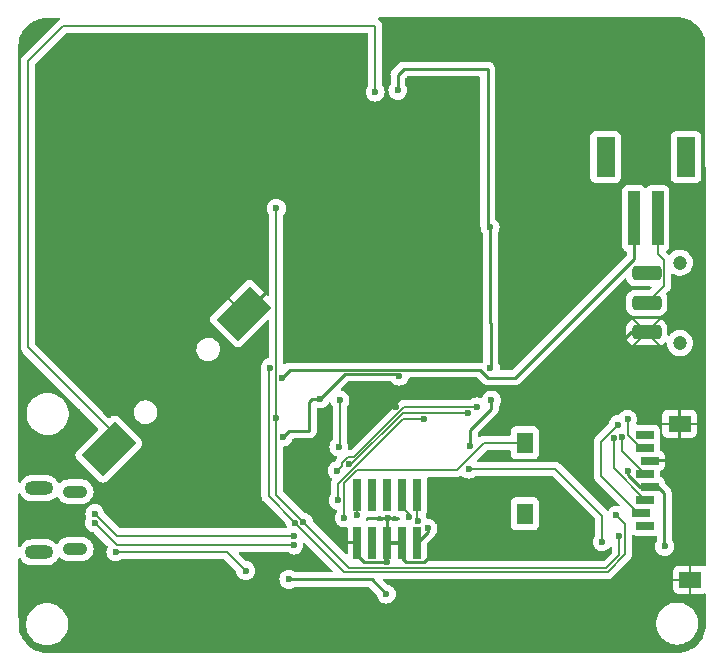
<source format=gbr>
%TF.GenerationSoftware,KiCad,Pcbnew,7.0.5*%
%TF.CreationDate,2024-02-09T08:38:41-06:00*%
%TF.ProjectId,peakick,7065616b-6963-46b2-9e6b-696361645f70,rev?*%
%TF.SameCoordinates,Original*%
%TF.FileFunction,Copper,L2,Bot*%
%TF.FilePolarity,Positive*%
%FSLAX46Y46*%
G04 Gerber Fmt 4.6, Leading zero omitted, Abs format (unit mm)*
G04 Created by KiCad (PCBNEW 7.0.5) date 2024-02-09 08:38:41*
%MOMM*%
%LPD*%
G01*
G04 APERTURE LIST*
G04 Aperture macros list*
%AMRoundRect*
0 Rectangle with rounded corners*
0 $1 Rounding radius*
0 $2 $3 $4 $5 $6 $7 $8 $9 X,Y pos of 4 corners*
0 Add a 4 corners polygon primitive as box body*
4,1,4,$2,$3,$4,$5,$6,$7,$8,$9,$2,$3,0*
0 Add four circle primitives for the rounded corners*
1,1,$1+$1,$2,$3*
1,1,$1+$1,$4,$5*
1,1,$1+$1,$6,$7*
1,1,$1+$1,$8,$9*
0 Add four rect primitives between the rounded corners*
20,1,$1+$1,$2,$3,$4,$5,0*
20,1,$1+$1,$4,$5,$6,$7,0*
20,1,$1+$1,$6,$7,$8,$9,0*
20,1,$1+$1,$8,$9,$2,$3,0*%
%AMRotRect*
0 Rectangle, with rotation*
0 The origin of the aperture is its center*
0 $1 length*
0 $2 width*
0 $3 Rotation angle, in degrees counterclockwise*
0 Add horizontal line*
21,1,$1,$2,0,0,$3*%
G04 Aperture macros list end*
%TA.AperFunction,ComponentPad*%
%ADD10O,1.460000X0.730000*%
%TD*%
%TA.AperFunction,ComponentPad*%
%ADD11O,2.400000X1.200000*%
%TD*%
%TA.AperFunction,SMDPad,CuDef*%
%ADD12O,2.100000X1.050000*%
%TD*%
%TA.AperFunction,SMDPad,CuDef*%
%ADD13R,0.650000X2.760000*%
%TD*%
%TA.AperFunction,SMDPad,CuDef*%
%ADD14R,0.650000X2.750000*%
%TD*%
%TA.AperFunction,WasherPad*%
%ADD15C,1.200000*%
%TD*%
%TA.AperFunction,SMDPad,CuDef*%
%ADD16RoundRect,0.300000X-0.950000X0.300000X-0.950000X-0.300000X0.950000X-0.300000X0.950000X0.300000X0*%
%TD*%
%TA.AperFunction,SMDPad,CuDef*%
%ADD17R,1.500000X0.700000*%
%TD*%
%TA.AperFunction,SMDPad,CuDef*%
%ADD18R,1.400000X1.800000*%
%TD*%
%TA.AperFunction,SMDPad,CuDef*%
%ADD19R,1.900000X1.400000*%
%TD*%
%TA.AperFunction,SMDPad,CuDef*%
%ADD20RotRect,4.000000X2.600000X225.000000*%
%TD*%
%TA.AperFunction,SMDPad,CuDef*%
%ADD21R,1.000000X4.600000*%
%TD*%
%TA.AperFunction,SMDPad,CuDef*%
%ADD22R,1.600000X3.400000*%
%TD*%
%TA.AperFunction,ViaPad*%
%ADD23C,0.600000*%
%TD*%
%TA.AperFunction,Conductor*%
%ADD24C,0.250000*%
%TD*%
%TA.AperFunction,Conductor*%
%ADD25C,0.200000*%
%TD*%
G04 APERTURE END LIST*
D10*
%TO.P,J4,6,SHIELD*%
%TO.N,unconnected-(J4-SHIELD-Pad6)*%
X130902500Y-102228250D03*
%TO.P,J4,7,SHIELD__1*%
%TO.N,unconnected-(J4-SHIELD__1-Pad7)*%
X130902500Y-107078250D03*
D11*
%TO.P,J4,8,SHIELD__2*%
%TO.N,unconnected-(J4-SHIELD__2-Pad8)*%
X127872500Y-101928250D03*
%TO.P,J4,9,SHIELD__3*%
%TO.N,unconnected-(J4-SHIELD__3-Pad9)*%
X127872500Y-107378250D03*
D12*
%TO.P,J4,10,SHIELD__4*%
%TO.N,unconnected-(J4-SHIELD__4-Pad10)*%
X130902500Y-102228250D03*
%TO.P,J4,11,SHIELD__5*%
%TO.N,unconnected-(J4-SHIELD__5-Pad11)*%
X130902500Y-107078250D03*
%TD*%
D13*
%TO.P,J2,1*%
%TO.N,3.3V*%
X159875000Y-106550000D03*
%TO.P,J2,2*%
%TO.N,/SWDIO*%
X159875000Y-102490000D03*
%TO.P,J2,3*%
%TO.N,GND*%
X158605000Y-106550000D03*
D14*
%TO.P,J2,4*%
%TO.N,/SWDCLK*%
X158605000Y-102490000D03*
D13*
%TO.P,J2,5*%
%TO.N,GND*%
X157335000Y-106550000D03*
%TO.P,J2,6*%
%TO.N,unconnected-(J2-Pad6)*%
X157335000Y-102490000D03*
%TO.P,J2,7*%
%TO.N,unconnected-(J2-Pad7)*%
X156065000Y-106550000D03*
%TO.P,J2,8*%
%TO.N,unconnected-(J2-Pad8)*%
X156065000Y-102490000D03*
%TO.P,J2,9*%
%TO.N,GND*%
X154795000Y-106550000D03*
%TO.P,J2,10*%
%TO.N,/~{RESET}*%
X154795000Y-102490000D03*
%TD*%
D15*
%TO.P,SW1,*%
%TO.N,*%
X182100000Y-82850000D03*
X182100000Y-89650000D03*
D16*
%TO.P,SW1,1,A*%
%TO.N,unconnected-(SW1-A-Pad1)*%
X179300000Y-83750000D03*
%TO.P,SW1,2,B*%
%TO.N,Net-(SW1-B)*%
X179300000Y-86250000D03*
%TO.P,SW1,3,C*%
%TO.N,GND*%
X179300000Y-88750000D03*
%TD*%
D17*
%TO.P,X2,1,DAT2*%
%TO.N,unconnected-(X2-DAT2-Pad1)*%
X179175000Y-105100000D03*
%TO.P,X2,2,CS*%
%TO.N,/FLASH_CS*%
X178775000Y-104000000D03*
%TO.P,X2,3,DATA_IN*%
%TO.N,/FLASH_MOSI*%
X179175000Y-102900000D03*
%TO.P,X2,4,SD_VDD*%
%TO.N,3.3V*%
X179575000Y-101800000D03*
%TO.P,X2,5,SCLK*%
%TO.N,/FLASH_SCK*%
X179175000Y-100700000D03*
%TO.P,X2,6,GND@3*%
%TO.N,GND*%
X179575000Y-99600000D03*
%TO.P,X2,7,DATA_OUT*%
%TO.N,/FLASH_MISO*%
X179175000Y-98500000D03*
%TO.P,X2,8,DAT1*%
%TO.N,unconnected-(X2-DAT1-Pad8)*%
X179175000Y-97400000D03*
D18*
%TO.P,X2,CD1,CARD_DETECT*%
%TO.N,/D7*%
X168975000Y-98100000D03*
%TO.P,X2,CD2,CARD_DETECT1*%
%TO.N,unconnected-(X2-CARD_DETECT1-PadCD2)*%
X168975000Y-104100000D03*
D19*
%TO.P,X2,MT1,GND@2*%
%TO.N,GND*%
X182075000Y-96500000D03*
%TO.P,X2,MT2,GND@1*%
X182975000Y-109700000D03*
%TD*%
D20*
%TO.P,B1,+,+*%
%TO.N,/VBACKUP*%
X133753232Y-98621768D03*
%TO.P,B1,-,-*%
%TO.N,GND*%
X145173006Y-87159567D03*
%TD*%
D21*
%TO.P,J1,1,1*%
%TO.N,Net-(SW1-B)*%
X180220000Y-79100000D03*
%TO.P,J1,2,2*%
%TO.N,V_BATT*%
X178220000Y-79100000D03*
D22*
%TO.P,J1,NC1*%
%TO.N,N/C*%
X182620000Y-73900000D03*
%TO.P,J1,NC2*%
X175820000Y-73900000D03*
%TD*%
D23*
%TO.N,GND*%
X160130000Y-68050000D03*
X157375000Y-104500000D03*
X164730000Y-72550000D03*
X161630000Y-82950000D03*
X151587500Y-97862500D03*
X167930000Y-76550000D03*
X161825000Y-104825000D03*
X139675000Y-104600000D03*
X152530000Y-81250000D03*
X162930000Y-81650000D03*
X152530000Y-71550000D03*
X160130000Y-81250000D03*
X154430000Y-68050000D03*
X149730000Y-81650000D03*
X157325000Y-108200000D03*
X151030000Y-82950000D03*
X152530000Y-67950000D03*
X160130000Y-84650000D03*
X152530000Y-84650000D03*
X151430000Y-80150000D03*
X151430000Y-72550000D03*
X153975000Y-113350000D03*
X155950000Y-93175000D03*
X162930000Y-71050000D03*
X148925000Y-107700000D03*
X177040000Y-89660000D03*
X161730000Y-69750000D03*
X145900000Y-97750000D03*
X147030000Y-80250000D03*
X167930000Y-79950000D03*
X148030000Y-72550000D03*
X147800000Y-108600000D03*
X150930000Y-69750000D03*
X161230000Y-80050000D03*
X154430000Y-71550000D03*
X150250000Y-98300000D03*
X158033168Y-95058168D03*
%TO.N,3.3V*%
X157250000Y-110898900D03*
X166150000Y-94475000D03*
X166050000Y-91750000D03*
X177750000Y-100500000D03*
X158230000Y-68250000D03*
X158350000Y-92451100D03*
X180825000Y-106875000D03*
X148525000Y-97600000D03*
X166030000Y-79850000D03*
X160775000Y-105350000D03*
X164375000Y-98350000D03*
X149005000Y-109650000D03*
X151675000Y-94350000D03*
%TO.N,V_BATT*%
X148431100Y-92589258D03*
%TO.N,/SDA*%
X147944524Y-95975974D03*
X176950000Y-105950000D03*
X150225000Y-104800000D03*
X147930000Y-78250000D03*
%TO.N,/SCL*%
X176725000Y-104250000D03*
X147428900Y-91737500D03*
X149525000Y-104850000D03*
%TO.N,/D6*%
X153173900Y-102975000D03*
X160450000Y-96100000D03*
%TO.N,/D10*%
X153225000Y-98450000D03*
X153325000Y-94473900D03*
%TO.N,/D12*%
X164175000Y-95548900D03*
X154115942Y-99925668D03*
%TO.N,/D13*%
X153098900Y-100450000D03*
X164900000Y-95047800D03*
%TO.N,/~{RESET}*%
X154750000Y-104250000D03*
%TO.N,/VBACKUP*%
X156300000Y-68400000D03*
%TO.N,VIN*%
X134350000Y-107325000D03*
X145350000Y-108925000D03*
%TO.N,/D9*%
X164250000Y-100325000D03*
X175525000Y-106475000D03*
%TO.N,/D+*%
X132562500Y-104887500D03*
X149425000Y-106750000D03*
%TO.N,/D-*%
X132575000Y-104100000D03*
X149400000Y-105950000D03*
%TO.N,/FLASH_CS*%
X176875000Y-96551100D03*
%TO.N,/SWDIO*%
X159900000Y-104675000D03*
%TO.N,/SWDCLK*%
X159200000Y-104400000D03*
%TO.N,/FLASH_MOSI*%
X176491662Y-97658338D03*
%TO.N,/FLASH_SCK*%
X177223953Y-97621507D03*
%TO.N,/FLASH_MISO*%
X177675000Y-96100000D03*
%TO.N,/D7*%
X153675000Y-104450000D03*
%TD*%
D24*
%TO.N,GND*%
X158605000Y-106550000D02*
X157335000Y-106550000D01*
X177950000Y-88750000D02*
X177040000Y-89660000D01*
X151150000Y-98300000D02*
X151587500Y-97862500D01*
X161825000Y-106758200D02*
X160426600Y-108156600D01*
X179300000Y-88750000D02*
X179300000Y-88730000D01*
X151600000Y-97875000D02*
X151587500Y-97862500D01*
X157325000Y-108200000D02*
X157335000Y-108190000D01*
X160426600Y-108156600D02*
X158881600Y-108156600D01*
X157335000Y-108190000D02*
X157335000Y-106550000D01*
X179300000Y-88750000D02*
X177950000Y-88750000D01*
X147030000Y-85302573D02*
X145173006Y-87159567D01*
X154795000Y-107605000D02*
X154795000Y-106550000D01*
X158605000Y-107880000D02*
X158605000Y-106550000D01*
X156150000Y-93175000D02*
X158033168Y-95058168D01*
X151675000Y-97775000D02*
X151587500Y-97862500D01*
X155390000Y-108200000D02*
X154795000Y-107605000D01*
X158881600Y-108156600D02*
X158605000Y-107880000D01*
X150250000Y-98300000D02*
X151150000Y-98300000D01*
X147030000Y-80250000D02*
X147030000Y-85302573D01*
X161825000Y-104825000D02*
X161825000Y-106758200D01*
X157325000Y-108200000D02*
X155390000Y-108200000D01*
X155950000Y-93175000D02*
X156150000Y-93175000D01*
%TO.N,3.3V*%
X166050000Y-79870000D02*
X166030000Y-79850000D01*
X150975000Y-94350000D02*
X151675000Y-94350000D01*
X180775000Y-106825000D02*
X180825000Y-106875000D01*
X149025000Y-97100000D02*
X150725000Y-97100000D01*
X166050000Y-87920000D02*
X166050000Y-79870000D01*
X165830000Y-79650000D02*
X166030000Y-79850000D01*
X150725000Y-97100000D02*
X150725000Y-94600000D01*
X158230000Y-68250000D02*
X158230000Y-66950000D01*
X158350000Y-92451100D02*
X158175500Y-92276600D01*
X166150000Y-94475000D02*
X166150000Y-95200000D01*
X158230000Y-66950000D02*
X158730000Y-66450000D01*
X158175500Y-92276600D02*
X153748400Y-92276600D01*
X150725000Y-94600000D02*
X150975000Y-94350000D01*
X148525000Y-97600000D02*
X149025000Y-97100000D01*
X166150000Y-95200000D02*
X164375000Y-96975000D01*
X156001100Y-109650000D02*
X149005000Y-109650000D01*
X158730000Y-66450000D02*
X165830000Y-66450000D01*
X166075000Y-87945000D02*
X166050000Y-87920000D01*
X160775000Y-105350000D02*
X160775000Y-105650000D01*
X157250000Y-110898900D02*
X156001100Y-109650000D01*
X177750000Y-100500000D02*
X177750000Y-100828200D01*
X165830000Y-66450000D02*
X165830000Y-79650000D01*
X166075000Y-91725000D02*
X166075000Y-87945000D01*
X180250000Y-101800000D02*
X180775000Y-102325000D01*
X153748400Y-92276600D02*
X151675000Y-94350000D01*
X180775000Y-102325000D02*
X180775000Y-106825000D01*
X164375000Y-96975000D02*
X164375000Y-98350000D01*
X160775000Y-105650000D02*
X159875000Y-106550000D01*
X177750000Y-100828200D02*
X178721800Y-101800000D01*
X178721800Y-101800000D02*
X179575000Y-101800000D01*
X179575000Y-101800000D02*
X180250000Y-101800000D01*
X166050000Y-91750000D02*
X166075000Y-91725000D01*
%TO.N,V_BATT*%
X178220000Y-82500000D02*
X178220000Y-79100000D01*
X168144500Y-92575500D02*
X178220000Y-82500000D01*
X149095358Y-91925000D02*
X165206375Y-91925000D01*
X165856875Y-92575500D02*
X168144500Y-92575500D01*
X165206375Y-91925000D02*
X165856875Y-92575500D01*
X148431100Y-92589258D02*
X149095358Y-91925000D01*
D25*
%TO.N,/SDA*%
X176950000Y-107625000D02*
X176950000Y-105950000D01*
X147930000Y-78250000D02*
X147930000Y-102505000D01*
X175873400Y-108701600D02*
X176950000Y-107625000D01*
X154126600Y-108701600D02*
X175873400Y-108701600D01*
X147930000Y-102505000D02*
X150225000Y-104800000D01*
X150225000Y-104800000D02*
X154126600Y-108701600D01*
%TO.N,/SCL*%
X147275000Y-91891400D02*
X147275000Y-102600000D01*
X147275000Y-102600000D02*
X149525000Y-104850000D01*
X153678200Y-109003200D02*
X149525000Y-104850000D01*
X176725000Y-104250000D02*
X177451600Y-104976600D01*
X175998326Y-109003200D02*
X153678200Y-109003200D01*
X147428900Y-91737500D02*
X147275000Y-91891400D01*
X177451600Y-104976600D02*
X177451600Y-107549926D01*
X177451600Y-107549926D02*
X175998326Y-109003200D01*
%TO.N,/D6*%
X153173900Y-102975000D02*
X153173900Y-101576374D01*
X153173900Y-101576374D02*
X158650274Y-96100000D01*
X158650274Y-96100000D02*
X160450000Y-96100000D01*
%TO.N,/D10*%
X153325000Y-98350000D02*
X153225000Y-98450000D01*
X153325000Y-94473900D02*
X153325000Y-98350000D01*
%TO.N,/D12*%
X154300859Y-99925668D02*
X158677627Y-95548900D01*
X158677627Y-95548900D02*
X164175000Y-95548900D01*
X154115942Y-99925668D02*
X154300859Y-99925668D01*
%TO.N,/D13*%
X153098900Y-100450000D02*
X153500000Y-100048900D01*
X153500000Y-99825000D02*
X153507240Y-99825000D01*
X154007240Y-99325000D02*
X154475000Y-99325000D01*
X153507240Y-99825000D02*
X154007240Y-99325000D01*
X153500000Y-100048900D02*
X153500000Y-99825000D01*
X158752200Y-95047800D02*
X164900000Y-95047800D01*
X154475000Y-99325000D02*
X158752200Y-95047800D01*
%TO.N,/~{RESET}*%
X154795000Y-104205000D02*
X154750000Y-104250000D01*
X154795000Y-102490000D02*
X154795000Y-104205000D01*
%TO.N,/VBACKUP*%
X131700000Y-94800000D02*
X131700000Y-94825000D01*
X156300000Y-68400000D02*
X156300000Y-62800000D01*
X133753232Y-96878232D02*
X133753232Y-98621768D01*
X126925000Y-65775000D02*
X126925000Y-90025000D01*
X129900000Y-62800000D02*
X126925000Y-65775000D01*
X131700000Y-94825000D02*
X133753232Y-96878232D01*
X126925000Y-90025000D02*
X131700000Y-94800000D01*
X156300000Y-62800000D02*
X129900000Y-62800000D01*
%TO.N,Net-(SW1-B)*%
X180220000Y-82103634D02*
X180751600Y-82635234D01*
X180751600Y-82635234D02*
X180751600Y-84798400D01*
X180751600Y-84798400D02*
X179300000Y-86250000D01*
X180220000Y-79100000D02*
X180220000Y-82103634D01*
%TO.N,VIN*%
X143750000Y-107325000D02*
X145350000Y-108925000D01*
X134350000Y-107325000D02*
X143750000Y-107325000D01*
%TO.N,/D9*%
X175523400Y-104273400D02*
X175523400Y-106473400D01*
X164275000Y-100300000D02*
X171550000Y-100300000D01*
X164250000Y-100325000D02*
X164275000Y-100300000D01*
X171550000Y-100300000D02*
X175523400Y-104273400D01*
X175523400Y-106473400D02*
X175525000Y-106475000D01*
%TO.N,/D+*%
X149425000Y-106750000D02*
X134425000Y-106750000D01*
X134425000Y-106750000D02*
X132562500Y-104887500D01*
%TO.N,/D-*%
X149400000Y-105950000D02*
X134425000Y-105950000D01*
X134425000Y-105950000D02*
X132575000Y-104100000D01*
%TO.N,/FLASH_CS*%
X178525000Y-104000000D02*
X178775000Y-104000000D01*
X175450000Y-100925000D02*
X178525000Y-104000000D01*
X176875000Y-96565630D02*
X175450000Y-97990630D01*
X175450000Y-97990630D02*
X175450000Y-100925000D01*
X176875000Y-96551100D02*
X176875000Y-96565630D01*
%TO.N,/SWDIO*%
X159900000Y-104675000D02*
X159875000Y-104650000D01*
X159875000Y-104650000D02*
X159875000Y-102490000D01*
%TO.N,/SWDCLK*%
X159200000Y-104400000D02*
X159200000Y-104135000D01*
X158605000Y-103540000D02*
X158605000Y-102490000D01*
X159200000Y-104135000D02*
X158605000Y-103540000D01*
%TO.N,/FLASH_MOSI*%
X176491662Y-97658338D02*
X176491662Y-100216662D01*
X176491662Y-100216662D02*
X179175000Y-102900000D01*
%TO.N,/FLASH_SCK*%
X177223953Y-98748953D02*
X179175000Y-100700000D01*
X177223953Y-97621507D02*
X177223953Y-98748953D01*
%TO.N,/FLASH_MISO*%
X178771800Y-98500000D02*
X179175000Y-98500000D01*
X177675000Y-96100000D02*
X177675000Y-97403200D01*
X177675000Y-97403200D02*
X178771800Y-98500000D01*
%TO.N,/D7*%
X165525000Y-98100000D02*
X168975000Y-98100000D01*
X154751800Y-100425000D02*
X163200000Y-100425000D01*
X153675000Y-104450000D02*
X153675000Y-101501800D01*
X163200000Y-100425000D02*
X165525000Y-98100000D01*
X153675000Y-101501800D02*
X154751800Y-100425000D01*
%TO.N,unconnected-(X2-CARD_DETECT1-PadCD2)*%
X168779146Y-104794684D02*
X168395001Y-104410539D01*
%TD*%
%TA.AperFunction,Conductor*%
%TO.N,GND*%
G36*
X163685882Y-100895305D02*
G01*
X163699808Y-100906886D01*
X163747738Y-100954816D01*
X163747740Y-100954817D01*
X163747741Y-100954818D01*
X163867941Y-101030345D01*
X163900478Y-101050789D01*
X163932883Y-101062128D01*
X164070738Y-101110366D01*
X164070742Y-101110367D01*
X164070745Y-101110368D01*
X164250000Y-101130565D01*
X164429255Y-101110368D01*
X164599522Y-101050789D01*
X164752262Y-100954816D01*
X164761443Y-100945635D01*
X164777584Y-100929495D01*
X164832101Y-100901719D01*
X164847586Y-100900500D01*
X171260257Y-100900500D01*
X171318448Y-100919407D01*
X171330261Y-100929496D01*
X174893904Y-104493138D01*
X174921681Y-104547655D01*
X174922900Y-104563142D01*
X174922900Y-105904014D01*
X174903993Y-105962205D01*
X174897815Y-105969439D01*
X174895181Y-105972741D01*
X174799211Y-106125476D01*
X174799211Y-106125477D01*
X174739633Y-106295738D01*
X174739632Y-106295742D01*
X174719435Y-106475000D01*
X174739632Y-106654257D01*
X174739633Y-106654261D01*
X174799211Y-106824522D01*
X174799211Y-106824523D01*
X174895181Y-106977258D01*
X174895184Y-106977262D01*
X175022738Y-107104816D01*
X175022740Y-107104817D01*
X175022741Y-107104818D01*
X175043110Y-107117617D01*
X175175478Y-107200789D01*
X175243303Y-107224522D01*
X175345738Y-107260366D01*
X175345742Y-107260367D01*
X175345745Y-107260368D01*
X175525000Y-107280565D01*
X175704255Y-107260368D01*
X175874522Y-107200789D01*
X176027262Y-107104816D01*
X176154816Y-106977262D01*
X176159784Y-106969354D01*
X176166674Y-106958391D01*
X176213642Y-106919178D01*
X176274689Y-106915062D01*
X176326496Y-106947614D01*
X176349276Y-107004400D01*
X176349500Y-107011061D01*
X176349500Y-107335257D01*
X176330593Y-107393448D01*
X176320504Y-107405261D01*
X175653661Y-108072104D01*
X175599144Y-108099881D01*
X175583657Y-108101100D01*
X160797466Y-108101100D01*
X160739275Y-108082193D01*
X160703311Y-108032693D01*
X160699033Y-107991519D01*
X160699214Y-107989826D01*
X160700500Y-107977873D01*
X160700499Y-106650096D01*
X160719406Y-106591906D01*
X160729488Y-106580100D01*
X161160747Y-106148842D01*
X161172086Y-106139760D01*
X161172080Y-106139753D01*
X161176864Y-106135793D01*
X161176877Y-106135786D01*
X161223739Y-106085882D01*
X161224746Y-106084843D01*
X161245120Y-106064471D01*
X161249738Y-106058516D01*
X161252740Y-106055000D01*
X161285062Y-106020582D01*
X161295661Y-106001299D01*
X161304192Y-105988314D01*
X161317673Y-105970936D01*
X161334227Y-105932679D01*
X161355078Y-105901998D01*
X161404816Y-105852262D01*
X161500789Y-105699522D01*
X161560368Y-105529255D01*
X161580565Y-105350000D01*
X161560368Y-105170745D01*
X161557532Y-105162641D01*
X161528551Y-105079818D01*
X161517371Y-105047866D01*
X167774500Y-105047866D01*
X167774501Y-105047870D01*
X167780908Y-105107480D01*
X167780909Y-105107485D01*
X167831202Y-105242329D01*
X167911805Y-105350000D01*
X167917454Y-105357546D01*
X167917457Y-105357548D01*
X167917458Y-105357549D01*
X168032670Y-105443797D01*
X168167511Y-105494089D01*
X168167512Y-105494089D01*
X168167517Y-105494091D01*
X168227127Y-105500500D01*
X169722872Y-105500499D01*
X169782483Y-105494091D01*
X169906749Y-105447743D01*
X169917329Y-105443797D01*
X169917329Y-105443796D01*
X169917331Y-105443796D01*
X170032546Y-105357546D01*
X170118796Y-105242331D01*
X170118917Y-105242008D01*
X170169089Y-105107488D01*
X170169090Y-105107485D01*
X170169091Y-105107483D01*
X170175500Y-105047873D01*
X170175499Y-103152128D01*
X170169091Y-103092517D01*
X170155003Y-103054744D01*
X170118797Y-102957670D01*
X170032549Y-102842458D01*
X170032548Y-102842457D01*
X170032546Y-102842454D01*
X169970142Y-102795738D01*
X169917329Y-102756202D01*
X169782488Y-102705910D01*
X169782483Y-102705909D01*
X169782481Y-102705908D01*
X169782477Y-102705908D01*
X169751249Y-102702550D01*
X169722873Y-102699500D01*
X169722870Y-102699500D01*
X168227133Y-102699500D01*
X168227129Y-102699500D01*
X168227128Y-102699501D01*
X168219949Y-102700272D01*
X168167519Y-102705908D01*
X168167514Y-102705909D01*
X168032670Y-102756202D01*
X167917458Y-102842450D01*
X167917450Y-102842458D01*
X167831202Y-102957670D01*
X167780910Y-103092511D01*
X167780908Y-103092522D01*
X167774500Y-103152129D01*
X167774500Y-105047866D01*
X161517371Y-105047866D01*
X161500789Y-105000478D01*
X161498502Y-104996839D01*
X161404818Y-104847741D01*
X161404817Y-104847740D01*
X161404816Y-104847738D01*
X161277262Y-104720184D01*
X161277259Y-104720182D01*
X161277258Y-104720181D01*
X161124523Y-104624211D01*
X160954261Y-104564633D01*
X160954257Y-104564632D01*
X160894503Y-104557899D01*
X160775000Y-104544435D01*
X160774998Y-104544435D01*
X160774996Y-104544435D01*
X160772650Y-104544435D01*
X160771404Y-104544030D01*
X160769476Y-104543813D01*
X160769520Y-104543418D01*
X160714459Y-104525528D01*
X160679206Y-104478133D01*
X160641543Y-104370500D01*
X160625789Y-104325478D01*
X160625787Y-104325475D01*
X160625787Y-104325474D01*
X160597367Y-104280245D01*
X160582416Y-104220915D01*
X160601940Y-104168243D01*
X160643795Y-104112333D01*
X160643796Y-104112330D01*
X160648219Y-104100473D01*
X160694091Y-103977483D01*
X160700500Y-103917873D01*
X160700499Y-101124499D01*
X160719406Y-101066309D01*
X160768906Y-101030345D01*
X160799499Y-101025500D01*
X163157391Y-101025500D01*
X163163859Y-101025924D01*
X163199999Y-101030682D01*
X163200000Y-101030682D01*
X163200001Y-101030682D01*
X163239361Y-101025500D01*
X163356762Y-101010044D01*
X163502841Y-100949536D01*
X163554308Y-100910044D01*
X163569542Y-100898354D01*
X163627215Y-100877929D01*
X163685882Y-100895305D01*
G37*
%TD.AperFunction*%
%TA.AperFunction,Conductor*%
G36*
X152550840Y-94704298D02*
G01*
X152568287Y-94735047D01*
X152599211Y-94823422D01*
X152599211Y-94823423D01*
X152639699Y-94887859D01*
X152695184Y-94976162D01*
X152695505Y-94976483D01*
X152695619Y-94976707D01*
X152698648Y-94980505D01*
X152697870Y-94981125D01*
X152723281Y-95030998D01*
X152724500Y-95046485D01*
X152724500Y-97777414D01*
X152705593Y-97835605D01*
X152695504Y-97847417D01*
X152595185Y-97947736D01*
X152595181Y-97947741D01*
X152499211Y-98100476D01*
X152499211Y-98100477D01*
X152439633Y-98270738D01*
X152439632Y-98270742D01*
X152419435Y-98450000D01*
X152439632Y-98629257D01*
X152439633Y-98629261D01*
X152499211Y-98799522D01*
X152499211Y-98799523D01*
X152561009Y-98897873D01*
X152595184Y-98952262D01*
X152722738Y-99079816D01*
X152722740Y-99079817D01*
X152722741Y-99079818D01*
X152822686Y-99142618D01*
X152875478Y-99175789D01*
X152925827Y-99193406D01*
X153035795Y-99231887D01*
X153084475Y-99268952D01*
X153102072Y-99327553D01*
X153081864Y-99385304D01*
X153073106Y-99395329D01*
X153071719Y-99396715D01*
X152975463Y-99522160D01*
X152932860Y-99625012D01*
X152893123Y-99671538D01*
X152874094Y-99680570D01*
X152749377Y-99724210D01*
X152596641Y-99820181D01*
X152469081Y-99947741D01*
X152373111Y-100100476D01*
X152373111Y-100100477D01*
X152313533Y-100270738D01*
X152313532Y-100270742D01*
X152293335Y-100450000D01*
X152313532Y-100629257D01*
X152313533Y-100629261D01*
X152373111Y-100799522D01*
X152373111Y-100799523D01*
X152469081Y-100952258D01*
X152469084Y-100952262D01*
X152596638Y-101079816D01*
X152596640Y-101079817D01*
X152596641Y-101079818D01*
X152596644Y-101079820D01*
X152640447Y-101107343D01*
X152679660Y-101154311D01*
X152683777Y-101215357D01*
X152666320Y-101251435D01*
X152649362Y-101273535D01*
X152588857Y-101419607D01*
X152588855Y-101419615D01*
X152568218Y-101576373D01*
X152568218Y-101576374D01*
X152572976Y-101612514D01*
X152573400Y-101618982D01*
X152573400Y-102402414D01*
X152554493Y-102460605D01*
X152544412Y-102472409D01*
X152544089Y-102472731D01*
X152544081Y-102472741D01*
X152448111Y-102625476D01*
X152448111Y-102625477D01*
X152388533Y-102795738D01*
X152388532Y-102795742D01*
X152368335Y-102975000D01*
X152388532Y-103154257D01*
X152388533Y-103154261D01*
X152448111Y-103324522D01*
X152448111Y-103324523D01*
X152544081Y-103477258D01*
X152544084Y-103477262D01*
X152671638Y-103604816D01*
X152824378Y-103700789D01*
X152994645Y-103760368D01*
X152994647Y-103760368D01*
X152997523Y-103761025D01*
X152998940Y-103761871D01*
X152999893Y-103762205D01*
X152999824Y-103762400D01*
X153050050Y-103792403D01*
X153074101Y-103848663D01*
X153074500Y-103857544D01*
X153074500Y-103877414D01*
X153055593Y-103935605D01*
X153045512Y-103947409D01*
X153045186Y-103947734D01*
X153045184Y-103947736D01*
X152949212Y-104100473D01*
X152949211Y-104100477D01*
X152889633Y-104270738D01*
X152889632Y-104270742D01*
X152869435Y-104450000D01*
X152889632Y-104629257D01*
X152889633Y-104629261D01*
X152949211Y-104799522D01*
X152949211Y-104799523D01*
X153045181Y-104952258D01*
X153045184Y-104952262D01*
X153172738Y-105079816D01*
X153172740Y-105079817D01*
X153172741Y-105079818D01*
X153317450Y-105170745D01*
X153325478Y-105175789D01*
X153362110Y-105188607D01*
X153495738Y-105235366D01*
X153495742Y-105235367D01*
X153495745Y-105235368D01*
X153675000Y-105255565D01*
X153854255Y-105235368D01*
X153854257Y-105235367D01*
X153859780Y-105234745D01*
X153860101Y-105237601D01*
X153909789Y-105242008D01*
X153955918Y-105282203D01*
X153969999Y-105333092D01*
X153969999Y-106449998D01*
X153970001Y-106450000D01*
X154796000Y-106450000D01*
X154854191Y-106468907D01*
X154890155Y-106518407D01*
X154895000Y-106549000D01*
X154895000Y-106551000D01*
X154876093Y-106609191D01*
X154826593Y-106645155D01*
X154796000Y-106650000D01*
X153970000Y-106650000D01*
X153970000Y-107456757D01*
X153951093Y-107514948D01*
X153901593Y-107550912D01*
X153840407Y-107550912D01*
X153800996Y-107526761D01*
X151049514Y-104775279D01*
X151021737Y-104720762D01*
X151021140Y-104716359D01*
X151020226Y-104708245D01*
X151010368Y-104620745D01*
X150950789Y-104450478D01*
X150950188Y-104449522D01*
X150854818Y-104297741D01*
X150854817Y-104297740D01*
X150854816Y-104297738D01*
X150727262Y-104170184D01*
X150727259Y-104170182D01*
X150727258Y-104170181D01*
X150574523Y-104074211D01*
X150404261Y-104014633D01*
X150404250Y-104014631D01*
X150308637Y-104003857D01*
X150252930Y-103978553D01*
X150249719Y-103975484D01*
X148559496Y-102285261D01*
X148531719Y-102230744D01*
X148530500Y-102215257D01*
X148530500Y-98493417D01*
X148549407Y-98435226D01*
X148598907Y-98399262D01*
X148618411Y-98395040D01*
X148704255Y-98385368D01*
X148874522Y-98325789D01*
X149027262Y-98229816D01*
X149154816Y-98102262D01*
X149250789Y-97949522D01*
X149298789Y-97812346D01*
X149305978Y-97791802D01*
X149343043Y-97743122D01*
X149399422Y-97725500D01*
X150656514Y-97725500D01*
X150675063Y-97727252D01*
X150685412Y-97729227D01*
X150721214Y-97726974D01*
X150743105Y-97725598D01*
X150746214Y-97725500D01*
X150764350Y-97725500D01*
X150782382Y-97723221D01*
X150785416Y-97722935D01*
X150843138Y-97719304D01*
X150853155Y-97716048D01*
X150871336Y-97711984D01*
X150881792Y-97710664D01*
X150935562Y-97689374D01*
X150938441Y-97688337D01*
X150993441Y-97670467D01*
X151002331Y-97664824D01*
X151018932Y-97656365D01*
X151028732Y-97652486D01*
X151075527Y-97618486D01*
X151078053Y-97616769D01*
X151126877Y-97585786D01*
X151134087Y-97578106D01*
X151148060Y-97565787D01*
X151156587Y-97559594D01*
X151193443Y-97515041D01*
X151195470Y-97512742D01*
X151235062Y-97470582D01*
X151240135Y-97461351D01*
X151250610Y-97445937D01*
X151257324Y-97437823D01*
X151281939Y-97385511D01*
X151283345Y-97382753D01*
X151311197Y-97332092D01*
X151313816Y-97321887D01*
X151320126Y-97304361D01*
X151324614Y-97294826D01*
X151335447Y-97238033D01*
X151336124Y-97235007D01*
X151336360Y-97234090D01*
X151350500Y-97179019D01*
X151350500Y-97168480D01*
X151352254Y-97149930D01*
X151354227Y-97139588D01*
X151351266Y-97092517D01*
X151350598Y-97081894D01*
X151350500Y-97078785D01*
X151350500Y-95224072D01*
X151369407Y-95165881D01*
X151418907Y-95129917D01*
X151480093Y-95129917D01*
X151482199Y-95130628D01*
X151495745Y-95135368D01*
X151675000Y-95155565D01*
X151854255Y-95135368D01*
X152024522Y-95075789D01*
X152177262Y-94979816D01*
X152304816Y-94852262D01*
X152391017Y-94715073D01*
X152437986Y-94675862D01*
X152499033Y-94671746D01*
X152550840Y-94704298D01*
G37*
%TD.AperFunction*%
%TA.AperFunction,Conductor*%
G36*
X158030377Y-104303387D02*
G01*
X158032625Y-104305020D01*
X158037669Y-104308796D01*
X158037671Y-104308796D01*
X158037673Y-104308798D01*
X158172511Y-104359089D01*
X158172512Y-104359089D01*
X158172517Y-104359091D01*
X158232127Y-104365500D01*
X158302075Y-104365499D01*
X158360265Y-104384406D01*
X158396229Y-104433905D01*
X158400452Y-104453413D01*
X158409981Y-104537976D01*
X158411943Y-104555393D01*
X158412453Y-104559914D01*
X158400181Y-104619856D01*
X158355019Y-104661137D01*
X158314076Y-104670000D01*
X158232176Y-104670000D01*
X158172629Y-104676401D01*
X158172618Y-104676403D01*
X158037912Y-104726645D01*
X158029328Y-104733072D01*
X157971413Y-104752808D01*
X157912958Y-104734733D01*
X157910672Y-104733072D01*
X157902087Y-104726645D01*
X157767381Y-104676403D01*
X157767370Y-104676401D01*
X157707824Y-104670000D01*
X157435001Y-104670000D01*
X157435000Y-104670001D01*
X157435000Y-106449999D01*
X157435001Y-106450000D01*
X158606000Y-106450000D01*
X158664191Y-106468907D01*
X158700155Y-106518407D01*
X158705000Y-106549000D01*
X158705000Y-106551000D01*
X158686093Y-106609191D01*
X158636593Y-106645155D01*
X158606000Y-106650000D01*
X157334000Y-106650000D01*
X157275809Y-106631093D01*
X157239845Y-106581593D01*
X157235000Y-106551000D01*
X157235000Y-104670001D01*
X157234999Y-104670000D01*
X156962176Y-104670000D01*
X156902629Y-104676401D01*
X156902618Y-104676403D01*
X156767913Y-104726645D01*
X156759742Y-104732762D01*
X156701826Y-104752496D01*
X156643372Y-104734419D01*
X156641130Y-104732791D01*
X156632331Y-104726204D01*
X156632329Y-104726203D01*
X156632326Y-104726201D01*
X156497488Y-104675910D01*
X156497483Y-104675909D01*
X156497481Y-104675908D01*
X156497477Y-104675908D01*
X156466249Y-104672550D01*
X156437873Y-104669500D01*
X156437870Y-104669500D01*
X155692133Y-104669500D01*
X155692129Y-104669500D01*
X155692128Y-104669501D01*
X155687486Y-104670000D01*
X155632519Y-104675908D01*
X155632511Y-104675910D01*
X155619267Y-104680850D01*
X155558138Y-104683468D01*
X155507144Y-104649655D01*
X155485765Y-104592327D01*
X155491230Y-104555393D01*
X155534926Y-104430516D01*
X155571991Y-104381837D01*
X155630591Y-104364240D01*
X155638928Y-104364780D01*
X155692127Y-104370500D01*
X156437872Y-104370499D01*
X156497483Y-104364091D01*
X156632331Y-104313796D01*
X156640670Y-104307553D01*
X156698579Y-104287815D01*
X156757035Y-104305886D01*
X156759324Y-104307549D01*
X156767669Y-104313796D01*
X156767670Y-104313796D01*
X156767671Y-104313797D01*
X156902511Y-104364089D01*
X156902512Y-104364089D01*
X156902517Y-104364091D01*
X156962127Y-104370500D01*
X157707872Y-104370499D01*
X157767483Y-104364091D01*
X157902331Y-104313796D01*
X157914009Y-104305053D01*
X157971921Y-104285315D01*
X158030377Y-104303387D01*
G37*
%TD.AperFunction*%
%TA.AperFunction,Conductor*%
G36*
X181861436Y-62062181D02*
G01*
X182136755Y-62077955D01*
X182142371Y-62078600D01*
X182337723Y-62112490D01*
X182412700Y-62125497D01*
X182418214Y-62126782D01*
X182681425Y-62204267D01*
X182686745Y-62206171D01*
X182939360Y-62313226D01*
X182944446Y-62315734D01*
X183183165Y-62450952D01*
X183187932Y-62454025D01*
X183409631Y-62615638D01*
X183414015Y-62619236D01*
X183615798Y-62805132D01*
X183619737Y-62809202D01*
X183798963Y-63016953D01*
X183802400Y-63021433D01*
X183896763Y-63160172D01*
X183956700Y-63248295D01*
X183959616Y-63253159D01*
X184086977Y-63496169D01*
X184089318Y-63501334D01*
X184188069Y-63757295D01*
X184189804Y-63762695D01*
X184233909Y-63932819D01*
X184237076Y-63957296D01*
X184255919Y-69035366D01*
X184297900Y-80349134D01*
X184297900Y-108462849D01*
X184278993Y-108521040D01*
X184229493Y-108557004D01*
X184168307Y-108557004D01*
X184164304Y-108555607D01*
X184032381Y-108506403D01*
X184032370Y-108506401D01*
X183972824Y-108500000D01*
X183075001Y-108500000D01*
X183075000Y-108500001D01*
X183075000Y-110899999D01*
X183075001Y-110900000D01*
X183972824Y-110900000D01*
X184032370Y-110893598D01*
X184032378Y-110893596D01*
X184164303Y-110844392D01*
X184225433Y-110841772D01*
X184276427Y-110875583D01*
X184297809Y-110932911D01*
X184297900Y-110937150D01*
X184297900Y-113403619D01*
X184297590Y-113406052D01*
X184297890Y-113442931D01*
X184297824Y-113445921D01*
X184282804Y-113732965D01*
X184282132Y-113738910D01*
X184232884Y-114020556D01*
X184231500Y-114026376D01*
X184148661Y-114300042D01*
X184146586Y-114305653D01*
X184083400Y-114449160D01*
X184034824Y-114559485D01*
X184031366Y-114567338D01*
X184028631Y-114572654D01*
X184022839Y-114582414D01*
X183882706Y-114818546D01*
X183879348Y-114823497D01*
X183704852Y-115050005D01*
X183700921Y-115054516D01*
X183500397Y-115258338D01*
X183495952Y-115262341D01*
X183272319Y-115440509D01*
X183267424Y-115443947D01*
X183025121Y-115593140D01*
X183023953Y-115593859D01*
X183018678Y-115596682D01*
X182758909Y-115716154D01*
X182753332Y-115718321D01*
X182481046Y-115805616D01*
X182475249Y-115807095D01*
X182313193Y-115838164D01*
X182194436Y-115860931D01*
X182188510Y-115861700D01*
X182090628Y-115868424D01*
X181901973Y-115881384D01*
X181898599Y-115881500D01*
X128601280Y-115881500D01*
X128600029Y-115881338D01*
X128562191Y-115881494D01*
X128559201Y-115881416D01*
X128366252Y-115870543D01*
X128268466Y-115865032D01*
X128262530Y-115864336D01*
X127977387Y-115813295D01*
X127971573Y-115811887D01*
X127694660Y-115726849D01*
X127689057Y-115724750D01*
X127424413Y-115606955D01*
X127419104Y-115604196D01*
X127170594Y-115455365D01*
X127165656Y-115451987D01*
X126936886Y-115274278D01*
X126932391Y-115270329D01*
X126922454Y-115260474D01*
X126811485Y-115150418D01*
X126726718Y-115066349D01*
X126722732Y-115061888D01*
X126715908Y-115053252D01*
X126543142Y-114834604D01*
X126539724Y-114829696D01*
X126388835Y-114582414D01*
X126386033Y-114577128D01*
X126378004Y-114559485D01*
X126266049Y-114313461D01*
X126263914Y-114307902D01*
X126176582Y-114031682D01*
X126175128Y-114025884D01*
X126149440Y-113888918D01*
X126121729Y-113741169D01*
X126120985Y-113735244D01*
X126120838Y-113732965D01*
X126112689Y-113606948D01*
X126112591Y-113604224D01*
X126112433Y-113582983D01*
X126750500Y-113582983D01*
X126790138Y-113845965D01*
X126790140Y-113845975D01*
X126868533Y-114100116D01*
X126971276Y-114313465D01*
X126983929Y-114339738D01*
X127133750Y-114559485D01*
X127133753Y-114559488D01*
X127133755Y-114559491D01*
X127314647Y-114754446D01*
X127314659Y-114754457D01*
X127522576Y-114920265D01*
X127522585Y-114920272D01*
X127522589Y-114920274D01*
X127522590Y-114920275D01*
X127752901Y-115053245D01*
X127752905Y-115053247D01*
X127752914Y-115053252D01*
X128000490Y-115150419D01*
X128259783Y-115209601D01*
X128326055Y-115214567D01*
X128458591Y-115224500D01*
X128458599Y-115224500D01*
X128591409Y-115224500D01*
X128713749Y-115215331D01*
X128790217Y-115209601D01*
X129049510Y-115150419D01*
X129297086Y-115053252D01*
X129527415Y-114920272D01*
X129735351Y-114754448D01*
X129916250Y-114559485D01*
X130066071Y-114339738D01*
X130181467Y-114100116D01*
X130259861Y-113845971D01*
X130299500Y-113582980D01*
X130299500Y-113532983D01*
X180100500Y-113532983D01*
X180140138Y-113795965D01*
X180140140Y-113795975D01*
X180209415Y-114020556D01*
X180218533Y-114050116D01*
X180333929Y-114289738D01*
X180483750Y-114509485D01*
X180483753Y-114509488D01*
X180483755Y-114509491D01*
X180664647Y-114704446D01*
X180664659Y-114704457D01*
X180810954Y-114821123D01*
X180872585Y-114870272D01*
X180872589Y-114870274D01*
X180872590Y-114870275D01*
X181102901Y-115003245D01*
X181102905Y-115003247D01*
X181102914Y-115003252D01*
X181350490Y-115100419D01*
X181609783Y-115159601D01*
X181676054Y-115164567D01*
X181808591Y-115174500D01*
X181808599Y-115174500D01*
X181941409Y-115174500D01*
X182063749Y-115165331D01*
X182140217Y-115159601D01*
X182399510Y-115100419D01*
X182647086Y-115003252D01*
X182877415Y-114870272D01*
X183085351Y-114704448D01*
X183266250Y-114509485D01*
X183416071Y-114289738D01*
X183531467Y-114050116D01*
X183609861Y-113795971D01*
X183649500Y-113532980D01*
X183649500Y-113267020D01*
X183609861Y-113004029D01*
X183531467Y-112749884D01*
X183416071Y-112510262D01*
X183266250Y-112290515D01*
X183085351Y-112095552D01*
X183085350Y-112095551D01*
X183085340Y-112095542D01*
X182877423Y-111929734D01*
X182877409Y-111929724D01*
X182647098Y-111796754D01*
X182647089Y-111796749D01*
X182647086Y-111796748D01*
X182647082Y-111796746D01*
X182647079Y-111796745D01*
X182399512Y-111699581D01*
X182140221Y-111640400D01*
X182140212Y-111640398D01*
X181941409Y-111625500D01*
X181941401Y-111625500D01*
X181808599Y-111625500D01*
X181808591Y-111625500D01*
X181609787Y-111640398D01*
X181609778Y-111640400D01*
X181350487Y-111699581D01*
X181102920Y-111796745D01*
X181102901Y-111796754D01*
X180872590Y-111929724D01*
X180872576Y-111929734D01*
X180664659Y-112095542D01*
X180664647Y-112095553D01*
X180483755Y-112290508D01*
X180483750Y-112290514D01*
X180483750Y-112290515D01*
X180333929Y-112510262D01*
X180333927Y-112510265D01*
X180333925Y-112510269D01*
X180218533Y-112749883D01*
X180140140Y-113004024D01*
X180140138Y-113004034D01*
X180100500Y-113267016D01*
X180100500Y-113532983D01*
X130299500Y-113532983D01*
X130299500Y-113317020D01*
X130259861Y-113054029D01*
X130181467Y-112799884D01*
X130066071Y-112560262D01*
X129916250Y-112340515D01*
X129869850Y-112290508D01*
X129735352Y-112145553D01*
X129735340Y-112145542D01*
X129527423Y-111979734D01*
X129527409Y-111979724D01*
X129297098Y-111846754D01*
X129297089Y-111846749D01*
X129297086Y-111846748D01*
X129297082Y-111846746D01*
X129297079Y-111846745D01*
X129049512Y-111749581D01*
X128790221Y-111690400D01*
X128790212Y-111690398D01*
X128591409Y-111675500D01*
X128591401Y-111675500D01*
X128458599Y-111675500D01*
X128458591Y-111675500D01*
X128259787Y-111690398D01*
X128259778Y-111690400D01*
X128000487Y-111749581D01*
X127752920Y-111846745D01*
X127752901Y-111846754D01*
X127522590Y-111979724D01*
X127522576Y-111979734D01*
X127314659Y-112145542D01*
X127314647Y-112145553D01*
X127133755Y-112340508D01*
X127133750Y-112340514D01*
X127133750Y-112340515D01*
X126983929Y-112560262D01*
X126983927Y-112560265D01*
X126983925Y-112560269D01*
X126868533Y-112799883D01*
X126790140Y-113054024D01*
X126790138Y-113054034D01*
X126750500Y-113317016D01*
X126750500Y-113582983D01*
X126112433Y-113582983D01*
X126102100Y-112190522D01*
X126102100Y-107919684D01*
X126121007Y-107861493D01*
X126170507Y-107825529D01*
X126231693Y-107825529D01*
X126281193Y-107861493D01*
X126291149Y-107878550D01*
X126315104Y-107931003D01*
X126315105Y-107931005D01*
X126315106Y-107931006D01*
X126437011Y-108102199D01*
X126437013Y-108102201D01*
X126437014Y-108102202D01*
X126589122Y-108247236D01*
X126765928Y-108360863D01*
X126961043Y-108438975D01*
X127167415Y-108478750D01*
X127167418Y-108478750D01*
X128524925Y-108478750D01*
X128681718Y-108463778D01*
X128883375Y-108404566D01*
X129070182Y-108308261D01*
X129235386Y-108178342D01*
X129373019Y-108019506D01*
X129478104Y-107837494D01*
X129478339Y-107836813D01*
X129478529Y-107836562D01*
X129480066Y-107833198D01*
X129480813Y-107833539D01*
X129515232Y-107788003D01*
X129573770Y-107770200D01*
X129631593Y-107790204D01*
X129645406Y-107803475D01*
X129645419Y-107803463D01*
X129646049Y-107804093D01*
X129648423Y-107806374D01*
X129648851Y-107806895D01*
X129648854Y-107806898D01*
X129805008Y-107935050D01*
X129963015Y-108019506D01*
X129983159Y-108030273D01*
X130117826Y-108071123D01*
X130176466Y-108088912D01*
X130176471Y-108088913D01*
X130327112Y-108103750D01*
X130327120Y-108103750D01*
X131477888Y-108103750D01*
X131628528Y-108088913D01*
X131628533Y-108088912D01*
X131628532Y-108088912D01*
X131821841Y-108030273D01*
X131919248Y-107978208D01*
X131999991Y-107935050D01*
X131999992Y-107935048D01*
X131999994Y-107935048D01*
X132156147Y-107806897D01*
X132284298Y-107650744D01*
X132379523Y-107472591D01*
X132438162Y-107279283D01*
X132438163Y-107279278D01*
X132457962Y-107078253D01*
X132457962Y-107078246D01*
X132438163Y-106877221D01*
X132438162Y-106877216D01*
X132383111Y-106695738D01*
X132379523Y-106683909D01*
X132361450Y-106650097D01*
X132284300Y-106505758D01*
X132156151Y-106349608D01*
X132156147Y-106349603D01*
X132117060Y-106317525D01*
X131999991Y-106221449D01*
X131821846Y-106126229D01*
X131821841Y-106126227D01*
X131628533Y-106067587D01*
X131628528Y-106067586D01*
X131477888Y-106052750D01*
X131477880Y-106052750D01*
X130327120Y-106052750D01*
X130327112Y-106052750D01*
X130176471Y-106067586D01*
X130176466Y-106067587D01*
X129983158Y-106126227D01*
X129983153Y-106126229D01*
X129805008Y-106221449D01*
X129648858Y-106349598D01*
X129648848Y-106349608D01*
X129520700Y-106505756D01*
X129457680Y-106623660D01*
X129413574Y-106666066D01*
X129352966Y-106674449D01*
X129302054Y-106648642D01*
X129155878Y-106509264D01*
X128979072Y-106395637D01*
X128979069Y-106395636D01*
X128979068Y-106395635D01*
X128869909Y-106351935D01*
X128783957Y-106317525D01*
X128577585Y-106277750D01*
X127220075Y-106277750D01*
X127063281Y-106292722D01*
X126861620Y-106351935D01*
X126674820Y-106448237D01*
X126674817Y-106448239D01*
X126509613Y-106578157D01*
X126371980Y-106736994D01*
X126286836Y-106884468D01*
X126241367Y-106925409D01*
X126180516Y-106931805D01*
X126127528Y-106901212D01*
X126102642Y-106845316D01*
X126102100Y-106834968D01*
X126102100Y-104887500D01*
X131756935Y-104887500D01*
X131777132Y-105066757D01*
X131777133Y-105066761D01*
X131836711Y-105237022D01*
X131836711Y-105237023D01*
X131912438Y-105357541D01*
X131932684Y-105389762D01*
X132060238Y-105517316D01*
X132212978Y-105613289D01*
X132281157Y-105637146D01*
X132383238Y-105672866D01*
X132383242Y-105672867D01*
X132383245Y-105672868D01*
X132478860Y-105683640D01*
X132534567Y-105708944D01*
X132537779Y-105712014D01*
X133636697Y-106810932D01*
X133664474Y-106865449D01*
X133654903Y-106925881D01*
X133650520Y-106933605D01*
X133624211Y-106975477D01*
X133564633Y-107145738D01*
X133564632Y-107145742D01*
X133544435Y-107325000D01*
X133564632Y-107504257D01*
X133564633Y-107504261D01*
X133624211Y-107674522D01*
X133624211Y-107674523D01*
X133707388Y-107806898D01*
X133720184Y-107827262D01*
X133847738Y-107954816D01*
X133847740Y-107954817D01*
X133847741Y-107954818D01*
X133979301Y-108037483D01*
X134000478Y-108050789D01*
X134061393Y-108072104D01*
X134170738Y-108110366D01*
X134170742Y-108110367D01*
X134170745Y-108110368D01*
X134350000Y-108130565D01*
X134529255Y-108110368D01*
X134699522Y-108050789D01*
X134852262Y-107954816D01*
X134852583Y-107954494D01*
X134852807Y-107954380D01*
X134856605Y-107951352D01*
X134857225Y-107952129D01*
X134907098Y-107926719D01*
X134922585Y-107925500D01*
X143460257Y-107925500D01*
X143518448Y-107944407D01*
X143530261Y-107954496D01*
X144525484Y-108949719D01*
X144553261Y-109004236D01*
X144553857Y-109008637D01*
X144564631Y-109104250D01*
X144564633Y-109104261D01*
X144624211Y-109274522D01*
X144624211Y-109274523D01*
X144720181Y-109427258D01*
X144720184Y-109427262D01*
X144847738Y-109554816D01*
X144847740Y-109554817D01*
X144847741Y-109554818D01*
X144942708Y-109614490D01*
X145000478Y-109650789D01*
X145020386Y-109657755D01*
X145170738Y-109710366D01*
X145170742Y-109710367D01*
X145170745Y-109710368D01*
X145350000Y-109730565D01*
X145529255Y-109710368D01*
X145699522Y-109650789D01*
X145852262Y-109554816D01*
X145979816Y-109427262D01*
X146075789Y-109274522D01*
X146135368Y-109104255D01*
X146155565Y-108925000D01*
X146135368Y-108745745D01*
X146075789Y-108575478D01*
X146041583Y-108521040D01*
X145979818Y-108422741D01*
X145979817Y-108422740D01*
X145979816Y-108422738D01*
X145852262Y-108295184D01*
X145852259Y-108295182D01*
X145852258Y-108295181D01*
X145699523Y-108199211D01*
X145529261Y-108139633D01*
X145529250Y-108139631D01*
X145433637Y-108128857D01*
X145377930Y-108103553D01*
X145374719Y-108100484D01*
X144793739Y-107519504D01*
X144765962Y-107464987D01*
X144775533Y-107404555D01*
X144818798Y-107361290D01*
X144863743Y-107350500D01*
X148852415Y-107350500D01*
X148910606Y-107369407D01*
X148922412Y-107379490D01*
X148922738Y-107379816D01*
X148922740Y-107379817D01*
X148922741Y-107379818D01*
X149058286Y-107464987D01*
X149075478Y-107475789D01*
X149143657Y-107499646D01*
X149245738Y-107535366D01*
X149245742Y-107535367D01*
X149245745Y-107535368D01*
X149425000Y-107555565D01*
X149604255Y-107535368D01*
X149774522Y-107475789D01*
X149927262Y-107379816D01*
X150054816Y-107252262D01*
X150150789Y-107099522D01*
X150210368Y-106929255D01*
X150230565Y-106750000D01*
X150218409Y-106642113D01*
X150230681Y-106582172D01*
X150275843Y-106540892D01*
X150336644Y-106534041D01*
X150386790Y-106561025D01*
X152681261Y-108855496D01*
X152709038Y-108910013D01*
X152699467Y-108970445D01*
X152656202Y-109013710D01*
X152611257Y-109024500D01*
X149542653Y-109024500D01*
X149489982Y-109009326D01*
X149354523Y-108924211D01*
X149184261Y-108864633D01*
X149184257Y-108864632D01*
X149005000Y-108844435D01*
X148825742Y-108864632D01*
X148825738Y-108864633D01*
X148655477Y-108924211D01*
X148655476Y-108924211D01*
X148502741Y-109020181D01*
X148375181Y-109147741D01*
X148279211Y-109300476D01*
X148279211Y-109300477D01*
X148219633Y-109470738D01*
X148219632Y-109470742D01*
X148199435Y-109650000D01*
X148219632Y-109829257D01*
X148219633Y-109829261D01*
X148279211Y-109999522D01*
X148279211Y-109999523D01*
X148350848Y-110113532D01*
X148375184Y-110152262D01*
X148502738Y-110279816D01*
X148655478Y-110375789D01*
X148715061Y-110396638D01*
X148825738Y-110435366D01*
X148825742Y-110435367D01*
X148825745Y-110435368D01*
X149005000Y-110455565D01*
X149184255Y-110435368D01*
X149354522Y-110375789D01*
X149489981Y-110290674D01*
X149542653Y-110275500D01*
X155701002Y-110275500D01*
X155759193Y-110294407D01*
X155771006Y-110304496D01*
X156429974Y-110963465D01*
X156457751Y-111017982D01*
X156458347Y-111022384D01*
X156464631Y-111078153D01*
X156464631Y-111078156D01*
X156524211Y-111248422D01*
X156524211Y-111248423D01*
X156620181Y-111401158D01*
X156620184Y-111401162D01*
X156747738Y-111528716D01*
X156900478Y-111624689D01*
X156968657Y-111648546D01*
X157070738Y-111684266D01*
X157070742Y-111684267D01*
X157070745Y-111684268D01*
X157250000Y-111704465D01*
X157429255Y-111684268D01*
X157599522Y-111624689D01*
X157752262Y-111528716D01*
X157879816Y-111401162D01*
X157975789Y-111248422D01*
X158035368Y-111078155D01*
X158055565Y-110898900D01*
X158035368Y-110719645D01*
X157975789Y-110549378D01*
X157911978Y-110447824D01*
X181524999Y-110447824D01*
X181531401Y-110507370D01*
X181531403Y-110507381D01*
X181581646Y-110642088D01*
X181581647Y-110642090D01*
X181667807Y-110757184D01*
X181667815Y-110757192D01*
X181782909Y-110843352D01*
X181782911Y-110843353D01*
X181917618Y-110893596D01*
X181917629Y-110893598D01*
X181977176Y-110900000D01*
X182874999Y-110900000D01*
X182875000Y-110899999D01*
X182875000Y-109800001D01*
X182874999Y-109800000D01*
X181525001Y-109800000D01*
X181525000Y-109800001D01*
X181525000Y-110447824D01*
X181524999Y-110447824D01*
X157911978Y-110447824D01*
X157904150Y-110435366D01*
X157879818Y-110396641D01*
X157879817Y-110396640D01*
X157879816Y-110396638D01*
X157752262Y-110269084D01*
X157752259Y-110269082D01*
X157752258Y-110269081D01*
X157599523Y-110173111D01*
X157429255Y-110113531D01*
X157373484Y-110107247D01*
X157317776Y-110081943D01*
X157314565Y-110078874D01*
X157008395Y-109772704D01*
X156980618Y-109718187D01*
X156990189Y-109657755D01*
X157033454Y-109614490D01*
X157078399Y-109603700D01*
X175955717Y-109603700D01*
X175962185Y-109604124D01*
X175998325Y-109608882D01*
X175998326Y-109608882D01*
X175998327Y-109608882D01*
X176037687Y-109603700D01*
X176065799Y-109599999D01*
X181525000Y-109599999D01*
X181525001Y-109600000D01*
X182874999Y-109600000D01*
X182875000Y-109599998D01*
X182875000Y-108500001D01*
X182874999Y-108500000D01*
X181977176Y-108500000D01*
X181917629Y-108506401D01*
X181917618Y-108506403D01*
X181782911Y-108556646D01*
X181782909Y-108556647D01*
X181667815Y-108642807D01*
X181667807Y-108642815D01*
X181581647Y-108757909D01*
X181581646Y-108757911D01*
X181531403Y-108892618D01*
X181531401Y-108892629D01*
X181525000Y-108952175D01*
X181525000Y-109599999D01*
X176065799Y-109599999D01*
X176155088Y-109588244D01*
X176301167Y-109527736D01*
X176375439Y-109470745D01*
X176426608Y-109431482D01*
X176448801Y-109402557D01*
X176453070Y-109397690D01*
X177846090Y-108004670D01*
X177850957Y-108000401D01*
X177879882Y-107978208D01*
X177880140Y-107977873D01*
X177969440Y-107861493D01*
X177976136Y-107852767D01*
X178036644Y-107706688D01*
X178052100Y-107589287D01*
X178052099Y-107589287D01*
X178057282Y-107549926D01*
X178052523Y-107513782D01*
X178052099Y-107507313D01*
X178052099Y-106650000D01*
X178052099Y-105987680D01*
X178071006Y-105929492D01*
X178120506Y-105893528D01*
X178181692Y-105893528D01*
X178185695Y-105894925D01*
X178317511Y-105944089D01*
X178317512Y-105944089D01*
X178317517Y-105944091D01*
X178377127Y-105950500D01*
X179972872Y-105950499D01*
X180032483Y-105944091D01*
X180032483Y-105944090D01*
X180038641Y-105943429D01*
X180038933Y-105946148D01*
X180088644Y-105950202D01*
X180135057Y-105990071D01*
X180149500Y-106041559D01*
X180149500Y-106416921D01*
X180134326Y-106469591D01*
X180099211Y-106525476D01*
X180039633Y-106695738D01*
X180039632Y-106695742D01*
X180019435Y-106875000D01*
X180039632Y-107054257D01*
X180039633Y-107054261D01*
X180099211Y-107224522D01*
X180099211Y-107224523D01*
X180195181Y-107377258D01*
X180195184Y-107377262D01*
X180322738Y-107504816D01*
X180322740Y-107504817D01*
X180322741Y-107504818D01*
X180457172Y-107589287D01*
X180475478Y-107600789D01*
X180543657Y-107624646D01*
X180645738Y-107660366D01*
X180645742Y-107660367D01*
X180645745Y-107660368D01*
X180825000Y-107680565D01*
X181004255Y-107660368D01*
X181174522Y-107600789D01*
X181327262Y-107504816D01*
X181454816Y-107377262D01*
X181550789Y-107224522D01*
X181610368Y-107054255D01*
X181630565Y-106875000D01*
X181610368Y-106695745D01*
X181606226Y-106683909D01*
X181570424Y-106581593D01*
X181550789Y-106525478D01*
X181503362Y-106449999D01*
X181454818Y-106372741D01*
X181454814Y-106372735D01*
X181429495Y-106347416D01*
X181401719Y-106292899D01*
X181400500Y-106277414D01*
X181400500Y-102404978D01*
X181402095Y-102390530D01*
X181402086Y-102390530D01*
X181402672Y-102384331D01*
X181402395Y-102375529D01*
X181400523Y-102315949D01*
X181400500Y-102314431D01*
X181400500Y-102285654D01*
X181400500Y-102285653D01*
X181400500Y-102285650D01*
X181399556Y-102278180D01*
X181399191Y-102273547D01*
X181397709Y-102226373D01*
X181391570Y-102205245D01*
X181388420Y-102190034D01*
X181385664Y-102168208D01*
X181368291Y-102124329D01*
X181366780Y-102119914D01*
X181353619Y-102074613D01*
X181353618Y-102074612D01*
X181353618Y-102074610D01*
X181342414Y-102055667D01*
X181335584Y-102041723D01*
X181327486Y-102021268D01*
X181299740Y-101983079D01*
X181297191Y-101979198D01*
X181273169Y-101938578D01*
X181257607Y-101923015D01*
X181247519Y-101911203D01*
X181234594Y-101893413D01*
X181234593Y-101893412D01*
X181198244Y-101863342D01*
X181194793Y-101860201D01*
X180854495Y-101519902D01*
X180826718Y-101465386D01*
X180825499Y-101449899D01*
X180825499Y-101402133D01*
X180825499Y-101402128D01*
X180819091Y-101342517D01*
X180819090Y-101342514D01*
X180768797Y-101207670D01*
X180682549Y-101092458D01*
X180682548Y-101092457D01*
X180682546Y-101092454D01*
X180668263Y-101081762D01*
X180567330Y-101006203D01*
X180489902Y-100977324D01*
X180441988Y-100939273D01*
X180425499Y-100884566D01*
X180425499Y-100514900D01*
X180444406Y-100456709D01*
X180489903Y-100422142D01*
X180567088Y-100393353D01*
X180567090Y-100393352D01*
X180682184Y-100307192D01*
X180682192Y-100307184D01*
X180768352Y-100192090D01*
X180768353Y-100192088D01*
X180818596Y-100057381D01*
X180818598Y-100057370D01*
X180825000Y-99997824D01*
X180825000Y-99700001D01*
X180824999Y-99700000D01*
X179574000Y-99700000D01*
X179515809Y-99681093D01*
X179479845Y-99631593D01*
X179475000Y-99601000D01*
X179475000Y-99599000D01*
X179493907Y-99540809D01*
X179543407Y-99504845D01*
X179574000Y-99500000D01*
X180824999Y-99500000D01*
X180825000Y-99499999D01*
X180825000Y-99202175D01*
X180818598Y-99142629D01*
X180818596Y-99142618D01*
X180768353Y-99007911D01*
X180768352Y-99007909D01*
X180682192Y-98892815D01*
X180682184Y-98892807D01*
X180567090Y-98806647D01*
X180489902Y-98777857D01*
X180441987Y-98739806D01*
X180425499Y-98685101D01*
X180425499Y-98102128D01*
X180419091Y-98042517D01*
X180397486Y-97984593D01*
X180394866Y-97923468D01*
X180397477Y-97915430D01*
X180419091Y-97857483D01*
X180425500Y-97797873D01*
X180425499Y-97247824D01*
X180624999Y-97247824D01*
X180631401Y-97307370D01*
X180631403Y-97307381D01*
X180681646Y-97442088D01*
X180681647Y-97442090D01*
X180767807Y-97557184D01*
X180767815Y-97557192D01*
X180882909Y-97643352D01*
X180882911Y-97643353D01*
X181017618Y-97693596D01*
X181017629Y-97693598D01*
X181077176Y-97700000D01*
X181974999Y-97700000D01*
X181975000Y-97699998D01*
X182175000Y-97699998D01*
X182175001Y-97700000D01*
X183072824Y-97700000D01*
X183132370Y-97693598D01*
X183132381Y-97693596D01*
X183267088Y-97643353D01*
X183267090Y-97643352D01*
X183382184Y-97557192D01*
X183382192Y-97557184D01*
X183468352Y-97442090D01*
X183468353Y-97442088D01*
X183518596Y-97307381D01*
X183518598Y-97307370D01*
X183525000Y-97247824D01*
X183525000Y-96600001D01*
X183524999Y-96600000D01*
X182175001Y-96600000D01*
X182175000Y-96600001D01*
X182175000Y-97699998D01*
X181975000Y-97699998D01*
X181975000Y-96600000D01*
X180625001Y-96600000D01*
X180625000Y-96600001D01*
X180625000Y-97247824D01*
X180624999Y-97247824D01*
X180425499Y-97247824D01*
X180425499Y-97002128D01*
X180419091Y-96942517D01*
X180405309Y-96905565D01*
X180368797Y-96807670D01*
X180282549Y-96692458D01*
X180282548Y-96692457D01*
X180282546Y-96692454D01*
X180263989Y-96678562D01*
X180167329Y-96606202D01*
X180032488Y-96555910D01*
X180032483Y-96555909D01*
X180032481Y-96555908D01*
X180032477Y-96555908D01*
X180001249Y-96552550D01*
X179972873Y-96549500D01*
X179972870Y-96549500D01*
X178505332Y-96549500D01*
X178447141Y-96530593D01*
X178411177Y-96481093D01*
X178411177Y-96419907D01*
X178411888Y-96417802D01*
X178413744Y-96412500D01*
X178418119Y-96399998D01*
X180625000Y-96399998D01*
X180625001Y-96400000D01*
X181974999Y-96400000D01*
X181975000Y-96399999D01*
X182175000Y-96399999D01*
X182175001Y-96400000D01*
X183524999Y-96400000D01*
X183525000Y-96399999D01*
X183525000Y-95752175D01*
X183518598Y-95692629D01*
X183518596Y-95692618D01*
X183468353Y-95557911D01*
X183468352Y-95557909D01*
X183382192Y-95442815D01*
X183382184Y-95442807D01*
X183267090Y-95356647D01*
X183267088Y-95356646D01*
X183132381Y-95306403D01*
X183132370Y-95306401D01*
X183072824Y-95300000D01*
X182175001Y-95300000D01*
X182175000Y-95300001D01*
X182175000Y-96399999D01*
X181975000Y-96399999D01*
X181975000Y-95300001D01*
X181974999Y-95300000D01*
X181077176Y-95300000D01*
X181017629Y-95306401D01*
X181017618Y-95306403D01*
X180882911Y-95356646D01*
X180882909Y-95356647D01*
X180767815Y-95442807D01*
X180767807Y-95442815D01*
X180681647Y-95557909D01*
X180681646Y-95557911D01*
X180631403Y-95692618D01*
X180631401Y-95692629D01*
X180625000Y-95752175D01*
X180625000Y-96399998D01*
X178418119Y-96399998D01*
X178460368Y-96279255D01*
X178480565Y-96100000D01*
X178460368Y-95920745D01*
X178453304Y-95900558D01*
X178419220Y-95803151D01*
X178400789Y-95750478D01*
X178394338Y-95740212D01*
X178304818Y-95597741D01*
X178304817Y-95597740D01*
X178304816Y-95597738D01*
X178177262Y-95470184D01*
X178177259Y-95470182D01*
X178177258Y-95470181D01*
X178024523Y-95374211D01*
X177854261Y-95314633D01*
X177854257Y-95314632D01*
X177675000Y-95294435D01*
X177495742Y-95314632D01*
X177495738Y-95314633D01*
X177325477Y-95374211D01*
X177325476Y-95374211D01*
X177172741Y-95470181D01*
X177045181Y-95597741D01*
X177045176Y-95597747D01*
X176980299Y-95700999D01*
X176933331Y-95740212D01*
X176885392Y-95746705D01*
X176875000Y-95745535D01*
X176695742Y-95765732D01*
X176695738Y-95765733D01*
X176525477Y-95825311D01*
X176525476Y-95825311D01*
X176372741Y-95921281D01*
X176245181Y-96048841D01*
X176149211Y-96201576D01*
X176149211Y-96201577D01*
X176089633Y-96371838D01*
X176089631Y-96371849D01*
X176077012Y-96483836D01*
X176051708Y-96539543D01*
X176048639Y-96542754D01*
X175055510Y-97535883D01*
X175050638Y-97540155D01*
X175021719Y-97562347D01*
X175021713Y-97562353D01*
X174943233Y-97664632D01*
X174925462Y-97687790D01*
X174925462Y-97687791D01*
X174864957Y-97833863D01*
X174864955Y-97833871D01*
X174844318Y-97990629D01*
X174844318Y-97990630D01*
X174849076Y-98026770D01*
X174849500Y-98033238D01*
X174849500Y-100882390D01*
X174849076Y-100888858D01*
X174844318Y-100924999D01*
X174844318Y-100925000D01*
X174859364Y-101039283D01*
X174864955Y-101081758D01*
X174864957Y-101081766D01*
X174925462Y-101227838D01*
X174925462Y-101227839D01*
X175013812Y-101342979D01*
X175021718Y-101353282D01*
X175021722Y-101353285D01*
X175021723Y-101353286D01*
X175050634Y-101375470D01*
X175055508Y-101379744D01*
X176970323Y-103294558D01*
X176998100Y-103349075D01*
X176988529Y-103409507D01*
X176945264Y-103452772D01*
X176889236Y-103462939D01*
X176725000Y-103444435D01*
X176545742Y-103464632D01*
X176545738Y-103464633D01*
X176375477Y-103524211D01*
X176375476Y-103524211D01*
X176222741Y-103620181D01*
X176095182Y-103747740D01*
X176065451Y-103795056D01*
X176018482Y-103834267D01*
X175957435Y-103838382D01*
X175911622Y-103812387D01*
X172004744Y-99905508D01*
X172000470Y-99900634D01*
X171978286Y-99871723D01*
X171978285Y-99871722D01*
X171978282Y-99871718D01*
X171978277Y-99871714D01*
X171978276Y-99871713D01*
X171852838Y-99775462D01*
X171706766Y-99714957D01*
X171706758Y-99714955D01*
X171589361Y-99699500D01*
X171550000Y-99694318D01*
X171549999Y-99694318D01*
X171513859Y-99699076D01*
X171507391Y-99699500D01*
X165013743Y-99699500D01*
X164955552Y-99680593D01*
X164919588Y-99631093D01*
X164919588Y-99569907D01*
X164943739Y-99530496D01*
X165744739Y-98729496D01*
X165799256Y-98701719D01*
X165814743Y-98700500D01*
X167675501Y-98700500D01*
X167733692Y-98719407D01*
X167769656Y-98768907D01*
X167774501Y-98799500D01*
X167774501Y-99047870D01*
X167780908Y-99107480D01*
X167780909Y-99107485D01*
X167831202Y-99242329D01*
X167917450Y-99357541D01*
X167917454Y-99357546D01*
X167917457Y-99357548D01*
X167917458Y-99357549D01*
X168032670Y-99443797D01*
X168167511Y-99494089D01*
X168167512Y-99494089D01*
X168167517Y-99494091D01*
X168227127Y-99500500D01*
X169722872Y-99500499D01*
X169782483Y-99494091D01*
X169856737Y-99466396D01*
X169917329Y-99443797D01*
X169917329Y-99443796D01*
X169917331Y-99443796D01*
X170032546Y-99357546D01*
X170118796Y-99242331D01*
X170122692Y-99231887D01*
X170155982Y-99142629D01*
X170169091Y-99107483D01*
X170175500Y-99047873D01*
X170175499Y-97152128D01*
X170169091Y-97092517D01*
X170163969Y-97078785D01*
X170118797Y-96957670D01*
X170032549Y-96842458D01*
X170032548Y-96842457D01*
X170032546Y-96842454D01*
X170032541Y-96842450D01*
X169917329Y-96756202D01*
X169782488Y-96705910D01*
X169782483Y-96705909D01*
X169782481Y-96705908D01*
X169782477Y-96705908D01*
X169751249Y-96702550D01*
X169722873Y-96699500D01*
X169722870Y-96699500D01*
X168227133Y-96699500D01*
X168227129Y-96699500D01*
X168227128Y-96699501D01*
X168219949Y-96700272D01*
X168167519Y-96705908D01*
X168167514Y-96705909D01*
X168032670Y-96756202D01*
X167917458Y-96842450D01*
X167917450Y-96842458D01*
X167831202Y-96957670D01*
X167780910Y-97092511D01*
X167780908Y-97092522D01*
X167774500Y-97152129D01*
X167774500Y-97400500D01*
X167755593Y-97458691D01*
X167706093Y-97494655D01*
X167675500Y-97499500D01*
X165567616Y-97499500D01*
X165561148Y-97499076D01*
X165525000Y-97494317D01*
X165524999Y-97494317D01*
X165357214Y-97516405D01*
X165346910Y-97523790D01*
X165222160Y-97575463D01*
X165159766Y-97623339D01*
X165102090Y-97643762D01*
X165043425Y-97626384D01*
X165006178Y-97577842D01*
X165000500Y-97544796D01*
X165000500Y-97275098D01*
X165019407Y-97216907D01*
X165029496Y-97205094D01*
X165771624Y-96462966D01*
X166535746Y-95698843D01*
X166547086Y-95689760D01*
X166547080Y-95689753D01*
X166551864Y-95685793D01*
X166551877Y-95685786D01*
X166598739Y-95635882D01*
X166599746Y-95634843D01*
X166620120Y-95614471D01*
X166624738Y-95608516D01*
X166627740Y-95605000D01*
X166660062Y-95570582D01*
X166670661Y-95551299D01*
X166679192Y-95538314D01*
X166692673Y-95520936D01*
X166711414Y-95477625D01*
X166713458Y-95473452D01*
X166736197Y-95432092D01*
X166741667Y-95410782D01*
X166746696Y-95396094D01*
X166755438Y-95375896D01*
X166762819Y-95329288D01*
X166763764Y-95324725D01*
X166766356Y-95314633D01*
X166775500Y-95279019D01*
X166775500Y-95257016D01*
X166776719Y-95241528D01*
X166780160Y-95219804D01*
X166775720Y-95172828D01*
X166775500Y-95168167D01*
X166775500Y-95012653D01*
X166790674Y-94959982D01*
X166835992Y-94887859D01*
X166875789Y-94824522D01*
X166935368Y-94654255D01*
X166955565Y-94475000D01*
X166935368Y-94295745D01*
X166934983Y-94294645D01*
X166900122Y-94195017D01*
X166875789Y-94125478D01*
X166868714Y-94114219D01*
X166779818Y-93972741D01*
X166779817Y-93972740D01*
X166779816Y-93972738D01*
X166652262Y-93845184D01*
X166652259Y-93845182D01*
X166652258Y-93845181D01*
X166499523Y-93749211D01*
X166329261Y-93689633D01*
X166329257Y-93689632D01*
X166150000Y-93669435D01*
X165970742Y-93689632D01*
X165970738Y-93689633D01*
X165800477Y-93749211D01*
X165800476Y-93749211D01*
X165647741Y-93845181D01*
X165520181Y-93972741D01*
X165424212Y-94125475D01*
X165376583Y-94261587D01*
X165339517Y-94310267D01*
X165280917Y-94327863D01*
X165250441Y-94322332D01*
X165079261Y-94262433D01*
X165079257Y-94262432D01*
X164900000Y-94242235D01*
X164720742Y-94262432D01*
X164720738Y-94262433D01*
X164550477Y-94322011D01*
X164550476Y-94322011D01*
X164397741Y-94417981D01*
X164397738Y-94417983D01*
X164397738Y-94417984D01*
X164397416Y-94418305D01*
X164397192Y-94418419D01*
X164393395Y-94421448D01*
X164392774Y-94420670D01*
X164342902Y-94446081D01*
X164327415Y-94447300D01*
X158794809Y-94447300D01*
X158788341Y-94446876D01*
X158752201Y-94442118D01*
X158752200Y-94442118D01*
X158712839Y-94447300D01*
X158595441Y-94462755D01*
X158595433Y-94462757D01*
X158449361Y-94523262D01*
X158449360Y-94523262D01*
X158323923Y-94619513D01*
X158323917Y-94619519D01*
X158301725Y-94648438D01*
X158297453Y-94653310D01*
X154255261Y-98695504D01*
X154200744Y-98723281D01*
X154185257Y-98724500D01*
X154110417Y-98724500D01*
X154052226Y-98705593D01*
X154016262Y-98656093D01*
X154012040Y-98614415D01*
X154030565Y-98450004D01*
X154030565Y-98450003D01*
X154028900Y-98435226D01*
X154010368Y-98270745D01*
X154009845Y-98269251D01*
X153951412Y-98102258D01*
X153950789Y-98100478D01*
X153940674Y-98084380D01*
X153925499Y-98031712D01*
X153925499Y-95046484D01*
X153944406Y-94988294D01*
X153954498Y-94976479D01*
X153954816Y-94976162D01*
X154050789Y-94823422D01*
X154110368Y-94653155D01*
X154130565Y-94473900D01*
X154110368Y-94294645D01*
X154096679Y-94255525D01*
X154086014Y-94225045D01*
X154050789Y-94124378D01*
X154041909Y-94110246D01*
X153954818Y-93971641D01*
X153954817Y-93971640D01*
X153954816Y-93971638D01*
X153827262Y-93844084D01*
X153827259Y-93844082D01*
X153827258Y-93844081D01*
X153674523Y-93748111D01*
X153504261Y-93688533D01*
X153504249Y-93688530D01*
X153454017Y-93682871D01*
X153398309Y-93657568D01*
X153368114Y-93604352D01*
X153374965Y-93543551D01*
X153395099Y-93514490D01*
X153437788Y-93471802D01*
X153978494Y-92931096D01*
X154033011Y-92903319D01*
X154048498Y-92902100D01*
X157633258Y-92902100D01*
X157691449Y-92921007D01*
X157717083Y-92948428D01*
X157720179Y-92953356D01*
X157720181Y-92953358D01*
X157720184Y-92953362D01*
X157847738Y-93080916D01*
X157847740Y-93080917D01*
X157847741Y-93080918D01*
X157987588Y-93168790D01*
X158000478Y-93176889D01*
X158034189Y-93188685D01*
X158170738Y-93236466D01*
X158170742Y-93236467D01*
X158170745Y-93236468D01*
X158350000Y-93256665D01*
X158529255Y-93236468D01*
X158699522Y-93176889D01*
X158852262Y-93080916D01*
X158979816Y-92953362D01*
X159075789Y-92800622D01*
X159135368Y-92630355D01*
X159135368Y-92630350D01*
X159136025Y-92627477D01*
X159136871Y-92626059D01*
X159137205Y-92625107D01*
X159137400Y-92625175D01*
X159167403Y-92574950D01*
X159223663Y-92550899D01*
X159232544Y-92550500D01*
X164906278Y-92550500D01*
X164964469Y-92569407D01*
X164976280Y-92579495D01*
X165197406Y-92800622D01*
X165358024Y-92961240D01*
X165367112Y-92972584D01*
X165367119Y-92972579D01*
X165371087Y-92977375D01*
X165420944Y-93024196D01*
X165422060Y-93025277D01*
X165442402Y-93045618D01*
X165442404Y-93045620D01*
X165445502Y-93048023D01*
X165448347Y-93050230D01*
X165451892Y-93053258D01*
X165486293Y-93085562D01*
X165505572Y-93096160D01*
X165518556Y-93104689D01*
X165535939Y-93118173D01*
X165579250Y-93136916D01*
X165583440Y-93138969D01*
X165602178Y-93149270D01*
X165624783Y-93161697D01*
X165639968Y-93165595D01*
X165646081Y-93167165D01*
X165660782Y-93172198D01*
X165680976Y-93180937D01*
X165680977Y-93180937D01*
X165680979Y-93180938D01*
X165727589Y-93188320D01*
X165732139Y-93189261D01*
X165754296Y-93194950D01*
X165777850Y-93200999D01*
X165777854Y-93200999D01*
X165777856Y-93201000D01*
X165799857Y-93201000D01*
X165815344Y-93202218D01*
X165837071Y-93205660D01*
X165869580Y-93202587D01*
X165884047Y-93201220D01*
X165888708Y-93201000D01*
X168064517Y-93201000D01*
X168078970Y-93202595D01*
X168078971Y-93202587D01*
X168085166Y-93203172D01*
X168085167Y-93203173D01*
X168085167Y-93203172D01*
X168085168Y-93203173D01*
X168088710Y-93203061D01*
X168153567Y-93201023D01*
X168155087Y-93201000D01*
X168183843Y-93201000D01*
X168183850Y-93201000D01*
X168189660Y-93200265D01*
X168191313Y-93200057D01*
X168195959Y-93199690D01*
X168243127Y-93198209D01*
X168264251Y-93192070D01*
X168279461Y-93188921D01*
X168301292Y-93186164D01*
X168301296Y-93186162D01*
X168301298Y-93186162D01*
X168344379Y-93169104D01*
X168345175Y-93168788D01*
X168349567Y-93167284D01*
X168394890Y-93154118D01*
X168413825Y-93142919D01*
X168427765Y-93136089D01*
X168448232Y-93127986D01*
X168486428Y-93100234D01*
X168490285Y-93097700D01*
X168530920Y-93073670D01*
X168546478Y-93058110D01*
X168558284Y-93048027D01*
X168576087Y-93035094D01*
X168606165Y-92998734D01*
X168609301Y-92995288D01*
X171754589Y-89850000D01*
X178341423Y-89850000D01*
X180258577Y-89850000D01*
X179300000Y-88891422D01*
X178341423Y-89850000D01*
X171754589Y-89850000D01*
X172509671Y-89094918D01*
X177550000Y-89094918D01*
X177565123Y-89229145D01*
X177565124Y-89229149D01*
X177624663Y-89399302D01*
X177720574Y-89551944D01*
X177848055Y-89679425D01*
X177848054Y-89679425D01*
X178000695Y-89775334D01*
X178098884Y-89809691D01*
X179158577Y-88749999D01*
X179441421Y-88749999D01*
X180501113Y-89809691D01*
X180599304Y-89775334D01*
X180751945Y-89679425D01*
X180827563Y-89603807D01*
X180882079Y-89576029D01*
X180942512Y-89585600D01*
X180985776Y-89628864D01*
X180996144Y-89664674D01*
X181013603Y-89853083D01*
X181069418Y-90049250D01*
X181160327Y-90231821D01*
X181283236Y-90394579D01*
X181433959Y-90531981D01*
X181607363Y-90639348D01*
X181797544Y-90713024D01*
X181998024Y-90750500D01*
X182201976Y-90750500D01*
X182402456Y-90713024D01*
X182592637Y-90639348D01*
X182766041Y-90531981D01*
X182916764Y-90394579D01*
X183039673Y-90231821D01*
X183130582Y-90049250D01*
X183186397Y-89853083D01*
X183205215Y-89650000D01*
X183186397Y-89446917D01*
X183130582Y-89250750D01*
X183039673Y-89068179D01*
X182916764Y-88905421D01*
X182766041Y-88768019D01*
X182592637Y-88660652D01*
X182402456Y-88586976D01*
X182402455Y-88586975D01*
X182402453Y-88586975D01*
X182201976Y-88549500D01*
X181998024Y-88549500D01*
X181797546Y-88586975D01*
X181741785Y-88608577D01*
X181607363Y-88660652D01*
X181433959Y-88768019D01*
X181283236Y-88905421D01*
X181228002Y-88978562D01*
X181177847Y-89013604D01*
X181116672Y-89012473D01*
X181067846Y-88975601D01*
X181050000Y-88918900D01*
X181050000Y-88405084D01*
X181049999Y-88405081D01*
X181034876Y-88270854D01*
X181034875Y-88270850D01*
X180975336Y-88100697D01*
X180879425Y-87948055D01*
X180751944Y-87820574D01*
X180599304Y-87724664D01*
X180501114Y-87690306D01*
X179441421Y-88749999D01*
X179158577Y-88749999D01*
X178098884Y-87690306D01*
X178000696Y-87724663D01*
X177848055Y-87820574D01*
X177720574Y-87948055D01*
X177624663Y-88100697D01*
X177565124Y-88270850D01*
X177565123Y-88270854D01*
X177550000Y-88405081D01*
X177550000Y-89094918D01*
X172509671Y-89094918D01*
X172996012Y-88608577D01*
X173954589Y-87650000D01*
X178341423Y-87650000D01*
X179299999Y-88608577D01*
X180258577Y-87650000D01*
X178341423Y-87650000D01*
X173954589Y-87650000D01*
X177404155Y-84200433D01*
X177458670Y-84172658D01*
X177519102Y-84182229D01*
X177562367Y-84225494D01*
X177567601Y-84237741D01*
X177624211Y-84399522D01*
X177624211Y-84399523D01*
X177648851Y-84438737D01*
X177720184Y-84552262D01*
X177847738Y-84679816D01*
X177847740Y-84679817D01*
X177847741Y-84679818D01*
X177978943Y-84762258D01*
X178000478Y-84775789D01*
X178065094Y-84798399D01*
X178170738Y-84835366D01*
X178170742Y-84835367D01*
X178170745Y-84835368D01*
X178170746Y-84835368D01*
X178170750Y-84835369D01*
X178305029Y-84850499D01*
X178305045Y-84850499D01*
X178305046Y-84850500D01*
X179611257Y-84850500D01*
X179669448Y-84869407D01*
X179705412Y-84918907D01*
X179705412Y-84980093D01*
X179681261Y-85019504D01*
X179580261Y-85120504D01*
X179525744Y-85148281D01*
X179510257Y-85149500D01*
X178305029Y-85149500D01*
X178170750Y-85164630D01*
X178170738Y-85164633D01*
X178000477Y-85224211D01*
X178000476Y-85224211D01*
X177847741Y-85320181D01*
X177720181Y-85447741D01*
X177624211Y-85600476D01*
X177624211Y-85600477D01*
X177564633Y-85770738D01*
X177564630Y-85770750D01*
X177549500Y-85905029D01*
X177549500Y-86594970D01*
X177564630Y-86729249D01*
X177564633Y-86729261D01*
X177624211Y-86899522D01*
X177624211Y-86899523D01*
X177720181Y-87052258D01*
X177720184Y-87052262D01*
X177847738Y-87179816D01*
X178000478Y-87275789D01*
X178068657Y-87299646D01*
X178170738Y-87335366D01*
X178170742Y-87335367D01*
X178170745Y-87335368D01*
X178170746Y-87335368D01*
X178170750Y-87335369D01*
X178305029Y-87350499D01*
X178305045Y-87350499D01*
X178305046Y-87350500D01*
X178305047Y-87350500D01*
X180294953Y-87350500D01*
X180294954Y-87350500D01*
X180294955Y-87350499D01*
X180294970Y-87350499D01*
X180429249Y-87335369D01*
X180429251Y-87335368D01*
X180429255Y-87335368D01*
X180599522Y-87275789D01*
X180752262Y-87179816D01*
X180879816Y-87052262D01*
X180975789Y-86899522D01*
X181035368Y-86729255D01*
X181035369Y-86729249D01*
X181050499Y-86594970D01*
X181050500Y-86594953D01*
X181050500Y-85905046D01*
X181050499Y-85905029D01*
X181035369Y-85770750D01*
X181035366Y-85770738D01*
X181011014Y-85701145D01*
X180975789Y-85600478D01*
X180949479Y-85558606D01*
X180934529Y-85499277D01*
X180957308Y-85442490D01*
X180963290Y-85435943D01*
X181146090Y-85253144D01*
X181150957Y-85248875D01*
X181179882Y-85226682D01*
X181181779Y-85224211D01*
X181227494Y-85164633D01*
X181276136Y-85101241D01*
X181336644Y-84955162D01*
X181352100Y-84837761D01*
X181357282Y-84798400D01*
X181352524Y-84762258D01*
X181352100Y-84755790D01*
X181352100Y-83859034D01*
X181371007Y-83800843D01*
X181420507Y-83764879D01*
X181481693Y-83764879D01*
X181503212Y-83774861D01*
X181607363Y-83839348D01*
X181797544Y-83913024D01*
X181998024Y-83950500D01*
X182201976Y-83950500D01*
X182402456Y-83913024D01*
X182592637Y-83839348D01*
X182766041Y-83731981D01*
X182916764Y-83594579D01*
X183039673Y-83431821D01*
X183130582Y-83249250D01*
X183186397Y-83053083D01*
X183205215Y-82850000D01*
X183186397Y-82646917D01*
X183130582Y-82450750D01*
X183039673Y-82268179D01*
X182916764Y-82105421D01*
X182766041Y-81968019D01*
X182592637Y-81860652D01*
X182402456Y-81786976D01*
X182402455Y-81786975D01*
X182402453Y-81786975D01*
X182201976Y-81749500D01*
X181998024Y-81749500D01*
X181797546Y-81786975D01*
X181727632Y-81814059D01*
X181607363Y-81860652D01*
X181453196Y-81956108D01*
X181433959Y-81968019D01*
X181283237Y-82105420D01*
X181283229Y-82105429D01*
X181260489Y-82135541D01*
X181210332Y-82170583D01*
X181149157Y-82169450D01*
X181111483Y-82145882D01*
X180955658Y-81990057D01*
X180927881Y-81935540D01*
X180937452Y-81875108D01*
X180966333Y-81840800D01*
X181077546Y-81757546D01*
X181163796Y-81642331D01*
X181214091Y-81507483D01*
X181220500Y-81447873D01*
X181220499Y-76752128D01*
X181214091Y-76692517D01*
X181165135Y-76561258D01*
X181163797Y-76557670D01*
X181077549Y-76442458D01*
X181077548Y-76442457D01*
X181077546Y-76442454D01*
X181077541Y-76442450D01*
X180962329Y-76356202D01*
X180827488Y-76305910D01*
X180827483Y-76305909D01*
X180827481Y-76305908D01*
X180827477Y-76305908D01*
X180796249Y-76302550D01*
X180767873Y-76299500D01*
X180767870Y-76299500D01*
X179672133Y-76299500D01*
X179672129Y-76299500D01*
X179672128Y-76299501D01*
X179664949Y-76300272D01*
X179612519Y-76305908D01*
X179612514Y-76305909D01*
X179477670Y-76356202D01*
X179362458Y-76442450D01*
X179362450Y-76442458D01*
X179299253Y-76526879D01*
X179249244Y-76562132D01*
X179188065Y-76561258D01*
X179140747Y-76526879D01*
X179077549Y-76442458D01*
X179077548Y-76442457D01*
X179077546Y-76442454D01*
X179077541Y-76442450D01*
X178962329Y-76356202D01*
X178827488Y-76305910D01*
X178827483Y-76305909D01*
X178827481Y-76305908D01*
X178827477Y-76305908D01*
X178796249Y-76302550D01*
X178767873Y-76299500D01*
X178767870Y-76299500D01*
X177672133Y-76299500D01*
X177672129Y-76299500D01*
X177672128Y-76299501D01*
X177664949Y-76300272D01*
X177612519Y-76305908D01*
X177612514Y-76305909D01*
X177477670Y-76356202D01*
X177362458Y-76442450D01*
X177362450Y-76442458D01*
X177276202Y-76557670D01*
X177225910Y-76692511D01*
X177225908Y-76692522D01*
X177219500Y-76752129D01*
X177219500Y-81447866D01*
X177219500Y-81447869D01*
X177219501Y-81447872D01*
X177221044Y-81462229D01*
X177225908Y-81507480D01*
X177225909Y-81507485D01*
X177276202Y-81642329D01*
X177362450Y-81757541D01*
X177362454Y-81757546D01*
X177362457Y-81757548D01*
X177362458Y-81757549D01*
X177477667Y-81843795D01*
X177477668Y-81843795D01*
X177477669Y-81843796D01*
X177530098Y-81863350D01*
X177578011Y-81901400D01*
X177594500Y-81956108D01*
X177594500Y-82199900D01*
X177575593Y-82258091D01*
X177565504Y-82269904D01*
X167914405Y-91921004D01*
X167859888Y-91948781D01*
X167844401Y-91950000D01*
X166943812Y-91950000D01*
X166885621Y-91931093D01*
X166849657Y-91881593D01*
X166845434Y-91839916D01*
X166845492Y-91839393D01*
X166855565Y-91750000D01*
X166835368Y-91570745D01*
X166775789Y-91400478D01*
X166767933Y-91387976D01*
X166715674Y-91304805D01*
X166700500Y-91252134D01*
X166700500Y-88024977D01*
X166702095Y-88010529D01*
X166702086Y-88010529D01*
X166702672Y-88004330D01*
X166701493Y-87966820D01*
X166700523Y-87935949D01*
X166700500Y-87934431D01*
X166700500Y-87905654D01*
X166700500Y-87905653D01*
X166700500Y-87905650D01*
X166699556Y-87898180D01*
X166699191Y-87893547D01*
X166697709Y-87846373D01*
X166697709Y-87846371D01*
X166691571Y-87825245D01*
X166688421Y-87810037D01*
X166685664Y-87788208D01*
X166682450Y-87780092D01*
X166675500Y-87743651D01*
X166675500Y-80355822D01*
X166690675Y-80303150D01*
X166755787Y-80199526D01*
X166755788Y-80199523D01*
X166755789Y-80199522D01*
X166815368Y-80029255D01*
X166835565Y-79850000D01*
X166815368Y-79670745D01*
X166811269Y-79659032D01*
X166785178Y-79584466D01*
X166755789Y-79500478D01*
X166659816Y-79347738D01*
X166532262Y-79220184D01*
X166532259Y-79220182D01*
X166532256Y-79220179D01*
X166501828Y-79201060D01*
X166462616Y-79154091D01*
X166455500Y-79117235D01*
X166455500Y-75647866D01*
X174519500Y-75647866D01*
X174519501Y-75647870D01*
X174525908Y-75707480D01*
X174525909Y-75707485D01*
X174576202Y-75842329D01*
X174662450Y-75957541D01*
X174662454Y-75957546D01*
X174662457Y-75957548D01*
X174662458Y-75957549D01*
X174777670Y-76043797D01*
X174912511Y-76094089D01*
X174912512Y-76094089D01*
X174912517Y-76094091D01*
X174972127Y-76100500D01*
X176667872Y-76100499D01*
X176727483Y-76094091D01*
X176794907Y-76068943D01*
X176862329Y-76043797D01*
X176862329Y-76043796D01*
X176862331Y-76043796D01*
X176977546Y-75957546D01*
X177063796Y-75842331D01*
X177114091Y-75707483D01*
X177120500Y-75647873D01*
X177120500Y-75647866D01*
X181319500Y-75647866D01*
X181319501Y-75647870D01*
X181325908Y-75707480D01*
X181325909Y-75707485D01*
X181376202Y-75842329D01*
X181462450Y-75957541D01*
X181462454Y-75957546D01*
X181462457Y-75957548D01*
X181462458Y-75957549D01*
X181577670Y-76043797D01*
X181712511Y-76094089D01*
X181712512Y-76094089D01*
X181712517Y-76094091D01*
X181772127Y-76100500D01*
X183467872Y-76100499D01*
X183527483Y-76094091D01*
X183594907Y-76068943D01*
X183662329Y-76043797D01*
X183662329Y-76043796D01*
X183662331Y-76043796D01*
X183777546Y-75957546D01*
X183863796Y-75842331D01*
X183914091Y-75707483D01*
X183920500Y-75647873D01*
X183920499Y-72152128D01*
X183914091Y-72092517D01*
X183914089Y-72092511D01*
X183863797Y-71957670D01*
X183777549Y-71842458D01*
X183777548Y-71842457D01*
X183777546Y-71842454D01*
X183777541Y-71842450D01*
X183662329Y-71756202D01*
X183527488Y-71705910D01*
X183527483Y-71705909D01*
X183527481Y-71705908D01*
X183527477Y-71705908D01*
X183496249Y-71702550D01*
X183467873Y-71699500D01*
X183467870Y-71699500D01*
X181772133Y-71699500D01*
X181772129Y-71699500D01*
X181772128Y-71699501D01*
X181764949Y-71700272D01*
X181712519Y-71705908D01*
X181712514Y-71705909D01*
X181577670Y-71756202D01*
X181462458Y-71842450D01*
X181462450Y-71842458D01*
X181376202Y-71957670D01*
X181325910Y-72092511D01*
X181325908Y-72092522D01*
X181319500Y-72152129D01*
X181319500Y-75647866D01*
X177120500Y-75647866D01*
X177120499Y-72152128D01*
X177114091Y-72092517D01*
X177114089Y-72092511D01*
X177063797Y-71957670D01*
X176977549Y-71842458D01*
X176977548Y-71842457D01*
X176977546Y-71842454D01*
X176977541Y-71842450D01*
X176862329Y-71756202D01*
X176727488Y-71705910D01*
X176727483Y-71705909D01*
X176727481Y-71705908D01*
X176727477Y-71705908D01*
X176696249Y-71702550D01*
X176667873Y-71699500D01*
X176667870Y-71699500D01*
X174972133Y-71699500D01*
X174972129Y-71699500D01*
X174972128Y-71699501D01*
X174964949Y-71700272D01*
X174912519Y-71705908D01*
X174912514Y-71705909D01*
X174777670Y-71756202D01*
X174662458Y-71842450D01*
X174662450Y-71842458D01*
X174576202Y-71957670D01*
X174525910Y-72092511D01*
X174525908Y-72092522D01*
X174519500Y-72152129D01*
X174519500Y-75647866D01*
X166455500Y-75647866D01*
X166455500Y-66518481D01*
X166457254Y-66499930D01*
X166459227Y-66489588D01*
X166456809Y-66451151D01*
X166455598Y-66431894D01*
X166455500Y-66428785D01*
X166455500Y-66410651D01*
X166453227Y-66392661D01*
X166452934Y-66389563D01*
X166449304Y-66331864D01*
X166449304Y-66331862D01*
X166446048Y-66321841D01*
X166441984Y-66303661D01*
X166440664Y-66293208D01*
X166437230Y-66284536D01*
X166419382Y-66239454D01*
X166418328Y-66236528D01*
X166400469Y-66181563D01*
X166400467Y-66181559D01*
X166394823Y-66172665D01*
X166386367Y-66156069D01*
X166382486Y-66146269D01*
X166382486Y-66146268D01*
X166348496Y-66099484D01*
X166346748Y-66096911D01*
X166338385Y-66083733D01*
X166315786Y-66048123D01*
X166308108Y-66040913D01*
X166295784Y-66026933D01*
X166289594Y-66018413D01*
X166289593Y-66018412D01*
X166245052Y-65981564D01*
X166242719Y-65979507D01*
X166200583Y-65939938D01*
X166194938Y-65936835D01*
X166191347Y-65934861D01*
X166175935Y-65924387D01*
X166167823Y-65917676D01*
X166115518Y-65893062D01*
X166112759Y-65891657D01*
X166092326Y-65880424D01*
X166062097Y-65863805D01*
X166062094Y-65863804D01*
X166062092Y-65863803D01*
X166051883Y-65861181D01*
X166034362Y-65854873D01*
X166024826Y-65850386D01*
X165968047Y-65839554D01*
X165965014Y-65838876D01*
X165909023Y-65824500D01*
X165909019Y-65824500D01*
X165898486Y-65824500D01*
X165879936Y-65822747D01*
X165869588Y-65820773D01*
X165869587Y-65820773D01*
X165811895Y-65824402D01*
X165808786Y-65824500D01*
X158809983Y-65824500D01*
X158795529Y-65822904D01*
X158795529Y-65822913D01*
X158789331Y-65822326D01*
X158744967Y-65823721D01*
X158720932Y-65824476D01*
X158719413Y-65824500D01*
X158690646Y-65824500D01*
X158683179Y-65825442D01*
X158678534Y-65825808D01*
X158631371Y-65827291D01*
X158610244Y-65833429D01*
X158595034Y-65836578D01*
X158573211Y-65839334D01*
X158529340Y-65856703D01*
X158524929Y-65858213D01*
X158479610Y-65871381D01*
X158460673Y-65882580D01*
X158446733Y-65889409D01*
X158426268Y-65897513D01*
X158388085Y-65925252D01*
X158384188Y-65927812D01*
X158343581Y-65951827D01*
X158328021Y-65967387D01*
X158316215Y-65977470D01*
X158298417Y-65990401D01*
X158268338Y-66026758D01*
X158265199Y-66030208D01*
X157844257Y-66451151D01*
X157832919Y-66460234D01*
X157832925Y-66460241D01*
X157828125Y-66464212D01*
X157781304Y-66514069D01*
X157780224Y-66515183D01*
X157759885Y-66535523D01*
X157759875Y-66535534D01*
X157755262Y-66541479D01*
X157752240Y-66545017D01*
X157719939Y-66579416D01*
X157719935Y-66579421D01*
X157709334Y-66598703D01*
X157700813Y-66611676D01*
X157687325Y-66629066D01*
X157668584Y-66672373D01*
X157666532Y-66676560D01*
X157643804Y-66717905D01*
X157643800Y-66717916D01*
X157638332Y-66739212D01*
X157633303Y-66753903D01*
X157624561Y-66774105D01*
X157624560Y-66774108D01*
X157617178Y-66820714D01*
X157616232Y-66825281D01*
X157604501Y-66870973D01*
X157604500Y-66870984D01*
X157604500Y-66892981D01*
X157603281Y-66908469D01*
X157599839Y-66930193D01*
X157604280Y-66977170D01*
X157604500Y-66981831D01*
X157604500Y-67712348D01*
X157589325Y-67765020D01*
X157504212Y-67900473D01*
X157504211Y-67900477D01*
X157444633Y-68070738D01*
X157444632Y-68070742D01*
X157424435Y-68250000D01*
X157444632Y-68429257D01*
X157444633Y-68429261D01*
X157504211Y-68599522D01*
X157504211Y-68599523D01*
X157600181Y-68752258D01*
X157600184Y-68752262D01*
X157727738Y-68879816D01*
X157727740Y-68879817D01*
X157727741Y-68879818D01*
X157763460Y-68902262D01*
X157880478Y-68975789D01*
X157948657Y-68999646D01*
X158050738Y-69035366D01*
X158050742Y-69035367D01*
X158050745Y-69035368D01*
X158230000Y-69055565D01*
X158409255Y-69035368D01*
X158579522Y-68975789D01*
X158732262Y-68879816D01*
X158859816Y-68752262D01*
X158955789Y-68599522D01*
X159015368Y-68429255D01*
X159035565Y-68250000D01*
X159015368Y-68070745D01*
X159008276Y-68050478D01*
X158991014Y-68001145D01*
X158955789Y-67900478D01*
X158954069Y-67897741D01*
X158870674Y-67765017D01*
X158855500Y-67712346D01*
X158855500Y-67250096D01*
X158874407Y-67191905D01*
X158884497Y-67180092D01*
X158960094Y-67104496D01*
X159014611Y-67076719D01*
X159030097Y-67075500D01*
X165105500Y-67075500D01*
X165163691Y-67094407D01*
X165199655Y-67143907D01*
X165204500Y-67174500D01*
X165204499Y-79570019D01*
X165202904Y-79584466D01*
X165202912Y-79584467D01*
X165202326Y-79590664D01*
X165203641Y-79632483D01*
X165204476Y-79659067D01*
X165204500Y-79660587D01*
X165204500Y-79689353D01*
X165205442Y-79696820D01*
X165205808Y-79701466D01*
X165207291Y-79748630D01*
X165207291Y-79748633D01*
X165213428Y-79769755D01*
X165216578Y-79784966D01*
X165219334Y-79806787D01*
X165220885Y-79812825D01*
X165219304Y-79813230D01*
X165223463Y-79844441D01*
X165224435Y-79844441D01*
X165224435Y-79849996D01*
X165244632Y-80029257D01*
X165244633Y-80029261D01*
X165304211Y-80199522D01*
X165304211Y-80199523D01*
X165400179Y-80352255D01*
X165400181Y-80352258D01*
X165400184Y-80352262D01*
X165400186Y-80352264D01*
X165402896Y-80355661D01*
X165424400Y-80412943D01*
X165424500Y-80417394D01*
X165424500Y-87840014D01*
X165422904Y-87854464D01*
X165422913Y-87854465D01*
X165422326Y-87860667D01*
X165423360Y-87893533D01*
X165424476Y-87929068D01*
X165424500Y-87930586D01*
X165424500Y-87959353D01*
X165425442Y-87966820D01*
X165425808Y-87971466D01*
X165427291Y-88018630D01*
X165427291Y-88018633D01*
X165433428Y-88039755D01*
X165436578Y-88054966D01*
X165439334Y-88076787D01*
X165439336Y-88076793D01*
X165442548Y-88084905D01*
X165449500Y-88121349D01*
X165449500Y-91177414D01*
X165430593Y-91235605D01*
X165420512Y-91247409D01*
X165420185Y-91247735D01*
X165420182Y-91247739D01*
X165411901Y-91260919D01*
X165364932Y-91300131D01*
X165303885Y-91304246D01*
X165303458Y-91304137D01*
X165285401Y-91299501D01*
X165285395Y-91299500D01*
X165285394Y-91299500D01*
X165285392Y-91299500D01*
X165263393Y-91299500D01*
X165247905Y-91298281D01*
X165226179Y-91294839D01*
X165179203Y-91299280D01*
X165174542Y-91299500D01*
X149175342Y-91299500D01*
X149160888Y-91297904D01*
X149160888Y-91297913D01*
X149154689Y-91297326D01*
X149110181Y-91298725D01*
X149086276Y-91299476D01*
X149084758Y-91299500D01*
X149056005Y-91299500D01*
X149048546Y-91300441D01*
X149043901Y-91300807D01*
X148996730Y-91302290D01*
X148996729Y-91302290D01*
X148975593Y-91308430D01*
X148960392Y-91311578D01*
X148938565Y-91314336D01*
X148938561Y-91314337D01*
X148904917Y-91327657D01*
X148894695Y-91331704D01*
X148890289Y-91333213D01*
X148844968Y-91346381D01*
X148826031Y-91357580D01*
X148812091Y-91364409D01*
X148791626Y-91372513D01*
X148753443Y-91400252D01*
X148749546Y-91402812D01*
X148708939Y-91426827D01*
X148699501Y-91436266D01*
X148644983Y-91464042D01*
X148584552Y-91454468D01*
X148541289Y-91411202D01*
X148530500Y-91366260D01*
X148530500Y-78822584D01*
X148549407Y-78764393D01*
X148559499Y-78752578D01*
X148559816Y-78752262D01*
X148655789Y-78599522D01*
X148715368Y-78429255D01*
X148735565Y-78250000D01*
X148715368Y-78070745D01*
X148655789Y-77900478D01*
X148559816Y-77747738D01*
X148432262Y-77620184D01*
X148432259Y-77620182D01*
X148432258Y-77620181D01*
X148279523Y-77524211D01*
X148109261Y-77464633D01*
X148109257Y-77464632D01*
X147930000Y-77444435D01*
X147750742Y-77464632D01*
X147750738Y-77464633D01*
X147580477Y-77524211D01*
X147580476Y-77524211D01*
X147427741Y-77620181D01*
X147300181Y-77747741D01*
X147204211Y-77900476D01*
X147204211Y-77900477D01*
X147144633Y-78070738D01*
X147144632Y-78070742D01*
X147124435Y-78250000D01*
X147144632Y-78429257D01*
X147144633Y-78429261D01*
X147204211Y-78599522D01*
X147204211Y-78599523D01*
X147300181Y-78752258D01*
X147300184Y-78752262D01*
X147300505Y-78752583D01*
X147300619Y-78752807D01*
X147303648Y-78756605D01*
X147302870Y-78757225D01*
X147328281Y-78807098D01*
X147329500Y-78822585D01*
X147329500Y-85541519D01*
X147310593Y-85599710D01*
X147261093Y-85635674D01*
X147199907Y-85635674D01*
X147160496Y-85611523D01*
X145987709Y-84438737D01*
X145941079Y-84401161D01*
X145810292Y-84341432D01*
X145667984Y-84320973D01*
X145667978Y-84320973D01*
X145525669Y-84341432D01*
X145394882Y-84401161D01*
X145348252Y-84438737D01*
X143970925Y-85816064D01*
X145244423Y-87089562D01*
X145272200Y-87144079D01*
X145262629Y-87204511D01*
X145244423Y-87229570D01*
X145243009Y-87230984D01*
X145188492Y-87258761D01*
X145128060Y-87249190D01*
X145103001Y-87230984D01*
X143829503Y-85957486D01*
X142452176Y-87334813D01*
X142414600Y-87381443D01*
X142354871Y-87512230D01*
X142334412Y-87654538D01*
X142334412Y-87654545D01*
X142354871Y-87796853D01*
X142414600Y-87927640D01*
X142452176Y-87974270D01*
X144358302Y-89880396D01*
X144404932Y-89917972D01*
X144535719Y-89977701D01*
X144678028Y-89998161D01*
X144678034Y-89998161D01*
X144820342Y-89977701D01*
X144951129Y-89917972D01*
X144997759Y-89880396D01*
X147160496Y-87717660D01*
X147215013Y-87689883D01*
X147275445Y-87699454D01*
X147318710Y-87742719D01*
X147329500Y-87787664D01*
X147329500Y-90854955D01*
X147310593Y-90913146D01*
X147261093Y-90949110D01*
X147252534Y-90951472D01*
X147249643Y-90952131D01*
X147079377Y-91011711D01*
X147079376Y-91011711D01*
X146926641Y-91107681D01*
X146799081Y-91235241D01*
X146703111Y-91387976D01*
X146703111Y-91387977D01*
X146643533Y-91558238D01*
X146643532Y-91558242D01*
X146623335Y-91737499D01*
X146643532Y-91916757D01*
X146643533Y-91916761D01*
X146668944Y-91989378D01*
X146674500Y-92022076D01*
X146674500Y-102557390D01*
X146674076Y-102563858D01*
X146669318Y-102599999D01*
X146669318Y-102600000D01*
X146683101Y-102704694D01*
X146689956Y-102756762D01*
X146750462Y-102902838D01*
X146750462Y-102902839D01*
X146846713Y-103028276D01*
X146846718Y-103028282D01*
X146846722Y-103028285D01*
X146846723Y-103028286D01*
X146875634Y-103050470D01*
X146880508Y-103054744D01*
X148700484Y-104874719D01*
X148728261Y-104929236D01*
X148728857Y-104933637D01*
X148739631Y-105029250D01*
X148739633Y-105029261D01*
X148799211Y-105199522D01*
X148801626Y-105204538D01*
X148800029Y-105205306D01*
X148813097Y-105257155D01*
X148790321Y-105313943D01*
X148738515Y-105346498D01*
X148714321Y-105349500D01*
X134714743Y-105349500D01*
X134656552Y-105330593D01*
X134644739Y-105320504D01*
X133399514Y-104075279D01*
X133371737Y-104020762D01*
X133371140Y-104016359D01*
X133370946Y-104014633D01*
X133360368Y-103920745D01*
X133353276Y-103900478D01*
X133330108Y-103834267D01*
X133300789Y-103750478D01*
X133299067Y-103747738D01*
X133204818Y-103597741D01*
X133204817Y-103597740D01*
X133204816Y-103597738D01*
X133077262Y-103470184D01*
X133077259Y-103470182D01*
X133077258Y-103470181D01*
X132924523Y-103374211D01*
X132754261Y-103314633D01*
X132754257Y-103314632D01*
X132575000Y-103294435D01*
X132395742Y-103314632D01*
X132395738Y-103314633D01*
X132225477Y-103374211D01*
X132225476Y-103374211D01*
X132072741Y-103470181D01*
X131945181Y-103597741D01*
X131849211Y-103750476D01*
X131849211Y-103750477D01*
X131789633Y-103920738D01*
X131789632Y-103920742D01*
X131769435Y-104100000D01*
X131789632Y-104279257D01*
X131789633Y-104279261D01*
X131848873Y-104448558D01*
X131850246Y-104509728D01*
X131839262Y-104533916D01*
X131836711Y-104537976D01*
X131777133Y-104708238D01*
X131777132Y-104708242D01*
X131756935Y-104887500D01*
X126102100Y-104887500D01*
X126102100Y-102469684D01*
X126121007Y-102411493D01*
X126170507Y-102375529D01*
X126231693Y-102375529D01*
X126281193Y-102411493D01*
X126291149Y-102428550D01*
X126315104Y-102481003D01*
X126315105Y-102481005D01*
X126315106Y-102481006D01*
X126437011Y-102652199D01*
X126437013Y-102652201D01*
X126437014Y-102652202D01*
X126589122Y-102797236D01*
X126765928Y-102910863D01*
X126961043Y-102988975D01*
X127167415Y-103028750D01*
X127167418Y-103028750D01*
X128524925Y-103028750D01*
X128681718Y-103013778D01*
X128883375Y-102954566D01*
X129070182Y-102858261D01*
X129235386Y-102728342D01*
X129293644Y-102661108D01*
X129346040Y-102629513D01*
X129407001Y-102634749D01*
X129453242Y-102674817D01*
X129455773Y-102679272D01*
X129520699Y-102800741D01*
X129611072Y-102910861D01*
X129648853Y-102956897D01*
X129648858Y-102956901D01*
X129805008Y-103085050D01*
X129983153Y-103180270D01*
X129983159Y-103180273D01*
X130117826Y-103221123D01*
X130176466Y-103238912D01*
X130176471Y-103238913D01*
X130327112Y-103253750D01*
X130327120Y-103253750D01*
X131477888Y-103253750D01*
X131628528Y-103238913D01*
X131628533Y-103238912D01*
X131628532Y-103238912D01*
X131821841Y-103180273D01*
X131902425Y-103137199D01*
X131999991Y-103085050D01*
X131999992Y-103085048D01*
X131999994Y-103085048D01*
X132156147Y-102956897D01*
X132284298Y-102800744D01*
X132286175Y-102797234D01*
X132349226Y-102679272D01*
X132379523Y-102622591D01*
X132438162Y-102429283D01*
X132438163Y-102429278D01*
X132457962Y-102228253D01*
X132457962Y-102228246D01*
X132438163Y-102027221D01*
X132438162Y-102027216D01*
X132404883Y-101917511D01*
X132379523Y-101833909D01*
X132379520Y-101833903D01*
X132284300Y-101655758D01*
X132156151Y-101499608D01*
X132156147Y-101499603D01*
X132156141Y-101499598D01*
X131999991Y-101371449D01*
X131821846Y-101276229D01*
X131821841Y-101276227D01*
X131628533Y-101217587D01*
X131628528Y-101217586D01*
X131477888Y-101202750D01*
X131477880Y-101202750D01*
X130327120Y-101202750D01*
X130327112Y-101202750D01*
X130176471Y-101217586D01*
X130176466Y-101217587D01*
X129983158Y-101276227D01*
X129983153Y-101276229D01*
X129805008Y-101371449D01*
X129648858Y-101499598D01*
X129648846Y-101499610D01*
X129645251Y-101503991D01*
X129593717Y-101536974D01*
X129532638Y-101533368D01*
X129485344Y-101494548D01*
X129478675Y-101482307D01*
X129450044Y-101419615D01*
X129429896Y-101375497D01*
X129429895Y-101375495D01*
X129307988Y-101204300D01*
X129266965Y-101165185D01*
X129155878Y-101059264D01*
X128979072Y-100945637D01*
X128979069Y-100945636D01*
X128979068Y-100945635D01*
X128913552Y-100919407D01*
X128783957Y-100867525D01*
X128577585Y-100827750D01*
X127220075Y-100827750D01*
X127063281Y-100842722D01*
X126861620Y-100901935D01*
X126674820Y-100998237D01*
X126674817Y-100998239D01*
X126509613Y-101128157D01*
X126371980Y-101286994D01*
X126286836Y-101434468D01*
X126241367Y-101475409D01*
X126180516Y-101481805D01*
X126127528Y-101451212D01*
X126102642Y-101395316D01*
X126102100Y-101384968D01*
X126102100Y-95782983D01*
X126800500Y-95782983D01*
X126840138Y-96045965D01*
X126840140Y-96045975D01*
X126918533Y-96300116D01*
X127009254Y-96488501D01*
X127033929Y-96539738D01*
X127183750Y-96759485D01*
X127183753Y-96759488D01*
X127183755Y-96759491D01*
X127364647Y-96954446D01*
X127364659Y-96954457D01*
X127572576Y-97120265D01*
X127572585Y-97120272D01*
X127572589Y-97120274D01*
X127572590Y-97120275D01*
X127802901Y-97253245D01*
X127802905Y-97253247D01*
X127802914Y-97253252D01*
X128050490Y-97350419D01*
X128309783Y-97409601D01*
X128376054Y-97414567D01*
X128508591Y-97424500D01*
X128508599Y-97424500D01*
X128641409Y-97424500D01*
X128763749Y-97415331D01*
X128840217Y-97409601D01*
X129099510Y-97350419D01*
X129347086Y-97253252D01*
X129577415Y-97120272D01*
X129785351Y-96954448D01*
X129966250Y-96759485D01*
X130116071Y-96539738D01*
X130231467Y-96300116D01*
X130309861Y-96045971D01*
X130349500Y-95782980D01*
X130349500Y-95517020D01*
X130309861Y-95254029D01*
X130231467Y-94999884D01*
X130116071Y-94760262D01*
X129966250Y-94540515D01*
X129955802Y-94529255D01*
X129785352Y-94345553D01*
X129785340Y-94345542D01*
X129577423Y-94179734D01*
X129577409Y-94179724D01*
X129347098Y-94046754D01*
X129347089Y-94046749D01*
X129347086Y-94046748D01*
X129347082Y-94046746D01*
X129347079Y-94046745D01*
X129099512Y-93949581D01*
X128881737Y-93899875D01*
X128840217Y-93890399D01*
X128840216Y-93890398D01*
X128840212Y-93890398D01*
X128641409Y-93875500D01*
X128641401Y-93875500D01*
X128508599Y-93875500D01*
X128508591Y-93875500D01*
X128309787Y-93890398D01*
X128309778Y-93890400D01*
X128050487Y-93949581D01*
X127802920Y-94046745D01*
X127802901Y-94046754D01*
X127572590Y-94179724D01*
X127572576Y-94179734D01*
X127364659Y-94345542D01*
X127364647Y-94345553D01*
X127183755Y-94540508D01*
X127183750Y-94540514D01*
X127183750Y-94540515D01*
X127033929Y-94760262D01*
X127033927Y-94760265D01*
X127033925Y-94760269D01*
X126918533Y-94999883D01*
X126840140Y-95254024D01*
X126840138Y-95254034D01*
X126800500Y-95517016D01*
X126800500Y-95782983D01*
X126102100Y-95782983D01*
X126102100Y-64580294D01*
X126102210Y-64579452D01*
X126102104Y-64541216D01*
X126102186Y-64538226D01*
X126118843Y-64249638D01*
X126119548Y-64243697D01*
X126170602Y-63960700D01*
X126172015Y-63954900D01*
X126178829Y-63932819D01*
X126256810Y-63680115D01*
X126258908Y-63674537D01*
X126376212Y-63411966D01*
X126378970Y-63406676D01*
X126527073Y-63160150D01*
X126530430Y-63155258D01*
X126707162Y-62928393D01*
X126711116Y-62923905D01*
X126913909Y-62719992D01*
X126918346Y-62716039D01*
X127144241Y-62538056D01*
X127149149Y-62534650D01*
X127394842Y-62385198D01*
X127400104Y-62382418D01*
X127636018Y-62275462D01*
X127662015Y-62263676D01*
X127667603Y-62261539D01*
X127746908Y-62236586D01*
X127941914Y-62175231D01*
X127947698Y-62173788D01*
X128230412Y-62121177D01*
X128236350Y-62120439D01*
X128524817Y-62102195D01*
X128527867Y-62102097D01*
X129532358Y-62101344D01*
X129590562Y-62120208D01*
X129626563Y-62169681D01*
X129626609Y-62230866D01*
X129592699Y-62278886D01*
X129471719Y-62371717D01*
X129471717Y-62371719D01*
X129449525Y-62400638D01*
X129445253Y-62405510D01*
X126530510Y-65320253D01*
X126525638Y-65324525D01*
X126496719Y-65346717D01*
X126496712Y-65346724D01*
X126472550Y-65378214D01*
X126400464Y-65472157D01*
X126400462Y-65472161D01*
X126339957Y-65618233D01*
X126339955Y-65618241D01*
X126319318Y-65774999D01*
X126319318Y-65775000D01*
X126324076Y-65811140D01*
X126324500Y-65817608D01*
X126324500Y-89982390D01*
X126324076Y-89988858D01*
X126319318Y-90024999D01*
X126319318Y-90025000D01*
X126335668Y-90149190D01*
X126339955Y-90181759D01*
X126339957Y-90181766D01*
X126400462Y-90327838D01*
X126400462Y-90327839D01*
X126495882Y-90452193D01*
X126496718Y-90453282D01*
X126496722Y-90453285D01*
X126496723Y-90453286D01*
X126525634Y-90475470D01*
X126530508Y-90479744D01*
X131161957Y-95111192D01*
X131171053Y-95123047D01*
X131171514Y-95122694D01*
X131270240Y-95251356D01*
X131271718Y-95253282D01*
X131271722Y-95253285D01*
X131271723Y-95253286D01*
X131300634Y-95275470D01*
X131305508Y-95279744D01*
X132857232Y-96831467D01*
X132885009Y-96885984D01*
X132875438Y-96946416D01*
X132857232Y-96971474D01*
X131032021Y-98796688D01*
X130994404Y-98843367D01*
X130994400Y-98843374D01*
X130934614Y-98974285D01*
X130914133Y-99116740D01*
X130914133Y-99116745D01*
X130934614Y-99259199D01*
X130934614Y-99259201D01*
X130994399Y-99390111D01*
X130994403Y-99390116D01*
X131032021Y-99436798D01*
X132938202Y-101342977D01*
X132984884Y-101380597D01*
X132984885Y-101380597D01*
X132984886Y-101380598D01*
X132984891Y-101380601D01*
X133115799Y-101440385D01*
X133258254Y-101460867D01*
X133258257Y-101460867D01*
X133258259Y-101460867D01*
X133353229Y-101447212D01*
X133400715Y-101440385D01*
X133495625Y-101397040D01*
X133531626Y-101380599D01*
X133531626Y-101380598D01*
X133531630Y-101380597D01*
X133578313Y-101342979D01*
X136474441Y-98446849D01*
X136512061Y-98400166D01*
X136571849Y-98269251D01*
X136592331Y-98126793D01*
X136588803Y-98102258D01*
X136571849Y-97984336D01*
X136571849Y-97984334D01*
X136512064Y-97853424D01*
X136512060Y-97853419D01*
X136507482Y-97847738D01*
X136474443Y-97806738D01*
X134568262Y-95900559D01*
X134521580Y-95862939D01*
X134521578Y-95862938D01*
X134521577Y-95862937D01*
X134521572Y-95862934D01*
X134390664Y-95803150D01*
X134248210Y-95782669D01*
X134248205Y-95782669D01*
X134105749Y-95803150D01*
X133974837Y-95862936D01*
X133974833Y-95862939D01*
X133928154Y-95900553D01*
X133846474Y-95982232D01*
X133791957Y-96010009D01*
X133731525Y-96000437D01*
X133706467Y-95982232D01*
X133278601Y-95554366D01*
X135867203Y-95554366D01*
X135898016Y-95755494D01*
X135898017Y-95755498D01*
X135968687Y-95946314D01*
X135987174Y-95975974D01*
X136076318Y-96118994D01*
X136076320Y-96118996D01*
X136076321Y-96118998D01*
X136216514Y-96266480D01*
X136216516Y-96266481D01*
X136216519Y-96266484D01*
X136367902Y-96371849D01*
X136383524Y-96382722D01*
X136570513Y-96462966D01*
X136570515Y-96462967D01*
X136769832Y-96503927D01*
X136769835Y-96503927D01*
X136922317Y-96503927D01*
X136947954Y-96501319D01*
X137074011Y-96488501D01*
X137268161Y-96427586D01*
X137446075Y-96328836D01*
X137600468Y-96196293D01*
X137725021Y-96035385D01*
X137814633Y-95852698D01*
X137865636Y-95655712D01*
X137875942Y-95452491D01*
X137845129Y-95251356D01*
X137774459Y-95060540D01*
X137666825Y-94887856D01*
X137526632Y-94740374D01*
X137526630Y-94740372D01*
X137526626Y-94740369D01*
X137359627Y-94624135D01*
X137359624Y-94624133D01*
X137359622Y-94624132D01*
X137172631Y-94543887D01*
X137172633Y-94543887D01*
X137092904Y-94527503D01*
X136973314Y-94502927D01*
X136820831Y-94502927D01*
X136820829Y-94502927D01*
X136669134Y-94518353D01*
X136474983Y-94579268D01*
X136474982Y-94579269D01*
X136297074Y-94678015D01*
X136297071Y-94678017D01*
X136142682Y-94810556D01*
X136018122Y-94971472D01*
X135941421Y-95127841D01*
X135928513Y-95154156D01*
X135890752Y-95300000D01*
X135877509Y-95351146D01*
X135867204Y-95554363D01*
X135867203Y-95554366D01*
X133278601Y-95554366D01*
X132238042Y-94513807D01*
X132228948Y-94501953D01*
X132228487Y-94502308D01*
X132183138Y-94443208D01*
X132128286Y-94371723D01*
X132128285Y-94371722D01*
X132128282Y-94371718D01*
X132128277Y-94371714D01*
X132128276Y-94371713D01*
X132099365Y-94349529D01*
X132094491Y-94345255D01*
X128000300Y-90251065D01*
X141170504Y-90251065D01*
X141201317Y-90452193D01*
X141201318Y-90452197D01*
X141271988Y-90643013D01*
X141271989Y-90643014D01*
X141379619Y-90815693D01*
X141379624Y-90815699D01*
X141508686Y-90951472D01*
X141519815Y-90963179D01*
X141519817Y-90963180D01*
X141519820Y-90963183D01*
X141609407Y-91025537D01*
X141686825Y-91079421D01*
X141873814Y-91159665D01*
X141873816Y-91159666D01*
X142073133Y-91200626D01*
X142073136Y-91200626D01*
X142225618Y-91200626D01*
X142251255Y-91198018D01*
X142377312Y-91185200D01*
X142571462Y-91124285D01*
X142749376Y-91025535D01*
X142903769Y-90892992D01*
X143028322Y-90732084D01*
X143117934Y-90549397D01*
X143168937Y-90352411D01*
X143179243Y-90149190D01*
X143148430Y-89948055D01*
X143077760Y-89757239D01*
X142970126Y-89584555D01*
X142896646Y-89507255D01*
X142829937Y-89437077D01*
X142829927Y-89437068D01*
X142662928Y-89320834D01*
X142662925Y-89320832D01*
X142662923Y-89320831D01*
X142475932Y-89240586D01*
X142475934Y-89240586D01*
X142396205Y-89224202D01*
X142276615Y-89199626D01*
X142124132Y-89199626D01*
X142124130Y-89199626D01*
X141972435Y-89215052D01*
X141778284Y-89275967D01*
X141778283Y-89275968D01*
X141600375Y-89374714D01*
X141600372Y-89374716D01*
X141445983Y-89507255D01*
X141321423Y-89668171D01*
X141252006Y-89809691D01*
X141231814Y-89850855D01*
X141196083Y-89988858D01*
X141180810Y-90047845D01*
X141170505Y-90251062D01*
X141170504Y-90251065D01*
X128000300Y-90251065D01*
X127554496Y-89805261D01*
X127526719Y-89750744D01*
X127525500Y-89735257D01*
X127525500Y-66064742D01*
X127544407Y-66006551D01*
X127554490Y-65994744D01*
X130119739Y-63429496D01*
X130174256Y-63401719D01*
X130189743Y-63400500D01*
X155600500Y-63400500D01*
X155658691Y-63419407D01*
X155694655Y-63468907D01*
X155699500Y-63499500D01*
X155699500Y-67827414D01*
X155680593Y-67885605D01*
X155670512Y-67897409D01*
X155670189Y-67897731D01*
X155670181Y-67897741D01*
X155574211Y-68050476D01*
X155574211Y-68050477D01*
X155514633Y-68220738D01*
X155514632Y-68220742D01*
X155494435Y-68400000D01*
X155514632Y-68579257D01*
X155514633Y-68579261D01*
X155574211Y-68749522D01*
X155574211Y-68749523D01*
X155656080Y-68879816D01*
X155670184Y-68902262D01*
X155797738Y-69029816D01*
X155797740Y-69029817D01*
X155797741Y-69029818D01*
X155838715Y-69055564D01*
X155950478Y-69125789D01*
X156018657Y-69149646D01*
X156120738Y-69185366D01*
X156120742Y-69185367D01*
X156120745Y-69185368D01*
X156300000Y-69205565D01*
X156479255Y-69185368D01*
X156649522Y-69125789D01*
X156802262Y-69029816D01*
X156929816Y-68902262D01*
X157025789Y-68749522D01*
X157085368Y-68579255D01*
X157105565Y-68400000D01*
X157085368Y-68220745D01*
X157025789Y-68050478D01*
X156931536Y-67900476D01*
X156929818Y-67897741D01*
X156929810Y-67897731D01*
X156929488Y-67897409D01*
X156929372Y-67897182D01*
X156926352Y-67893395D01*
X156927128Y-67892776D01*
X156901717Y-67842890D01*
X156900500Y-67827414D01*
X156900500Y-62842608D01*
X156900924Y-62836140D01*
X156905682Y-62800000D01*
X156905682Y-62799999D01*
X156900522Y-62760809D01*
X156885044Y-62643238D01*
X156875102Y-62619236D01*
X156824537Y-62497161D01*
X156824537Y-62497160D01*
X156728286Y-62371723D01*
X156728285Y-62371722D01*
X156728282Y-62371718D01*
X156728277Y-62371714D01*
X156728276Y-62371713D01*
X156653496Y-62314333D01*
X156602841Y-62275464D01*
X156602840Y-62275463D01*
X156602838Y-62275462D01*
X156593236Y-62271485D01*
X156546710Y-62231749D01*
X156532426Y-62172254D01*
X156555840Y-62115726D01*
X156608009Y-62083757D01*
X156631045Y-62081021D01*
X181858573Y-62062101D01*
X181861436Y-62062181D01*
G37*
%TD.AperFunction*%
%TD*%
M02*

</source>
